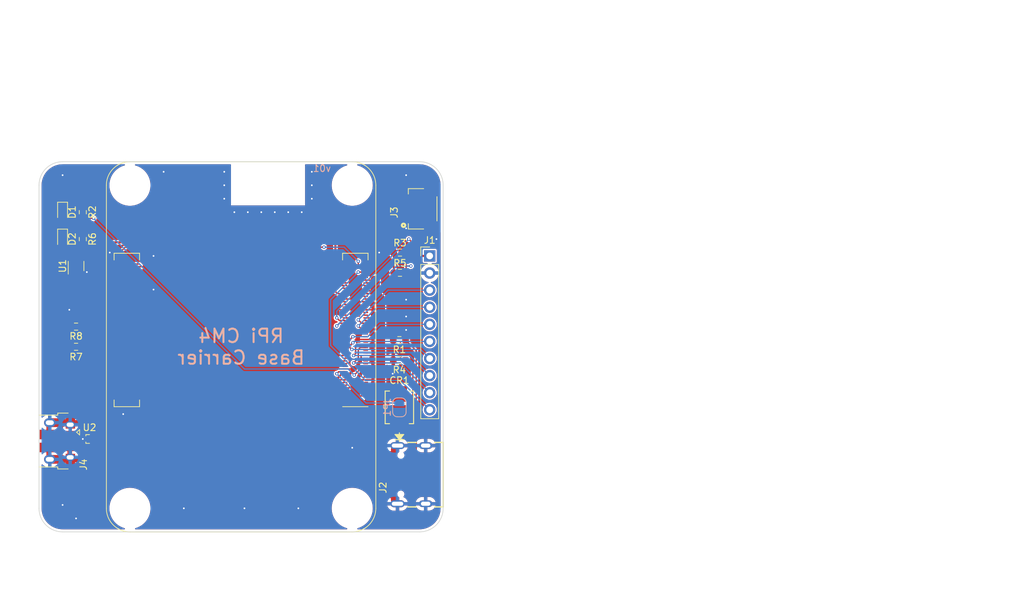
<source format=kicad_pcb>
(kicad_pcb (version 20201002) (generator pcbnew)
  (title_block (title "Raspberry Pi Compute Module 4 Carrier Template") (date "2020-10-31") (rev "v01") (comment 2 "creativecommons.org/licenses/by/4.0/") (comment 3 "License: CC BY-SA 4.0") (comment 4 "Author: Shawn Hymel"))
  (layers (0 "F.Cu" signal) (31 "B.Cu" signal) (34 "B.Paste" user) (35 "F.Paste" user) (36 "B.SilkS" user "B.Silkscreen") (37 "F.SilkS" user "F.Silkscreen") (38 "B.Mask" user) (39 "F.Mask" user) (44 "Edge.Cuts" user))
  (net 0 "")
  (net 1 "Net-(Module1-Pad200)")
  (net 2 "Net-(Module1-Pad199)")
  (net 3 "GND")
  (net 4 "+5V")
  (net 5 "Net-(Module1-Pad196)")
  (net 6 "Net-(Module1-Pad195)")
  (net 7 "Net-(Module1-Pad194)")
  (net 8 "Net-(Module1-Pad193)")
  (net 9 "+3.3V")
  (net 10 "Net-(D1-Pad1)")
  (net 11 "Net-(Module1-Pad190)")
  (net 12 "Net-(Module1-Pad189)")
  (net 13 "Net-(Module1-Pad188)")
  (net 14 "Net-(Module1-Pad187)")
  (net 15 "Net-(D2-Pad1)")
  (net 16 "/CM4 GPIO/nRPIBOOT")
  (net 17 "Net-(Module1-Pad184)")
  (net 18 "Net-(Module1-Pad183)")
  (net 19 "Net-(Module1-Pad182)")
  (net 20 "Net-(Module1-Pad181)")
  (net 21 "/CM4 GPIO/GPIO7")
  (net 22 "/CM4 GPIO/GPIO8")
  (net 23 "Net-(Module1-Pad178)")
  (net 24 "Net-(Module1-Pad177)")
  (net 25 "Net-(Module1-Pad176)")
  (net 26 "Net-(Module1-Pad175)")
  (net 27 "/CM4 GPIO/GPIO11")
  (net 28 "/CM4 GPIO/GPIO9")
  (net 29 "Net-(Module1-Pad172)")
  (net 30 "Net-(Module1-Pad171)")
  (net 31 "Net-(Module1-Pad170)")
  (net 32 "Net-(Module1-Pad169)")
  (net 33 "/CM4 GPIO/GPIO10")
  (net 34 "/CM4 GPIO/GPIO15")
  (net 35 "Net-(Module1-Pad166)")
  (net 36 "Net-(Module1-Pad165)")
  (net 37 "Net-(Module1-Pad164)")
  (net 38 "Net-(Module1-Pad163)")
  (net 39 "/CM4 GPIO/GPIO14")
  (net 40 "Net-(J2-PadB8)")
  (net 41 "Net-(Module1-Pad160)")
  (net 42 "Net-(Module1-Pad159)")
  (net 43 "Net-(Module1-Pad158)")
  (net 44 "Net-(Module1-Pad157)")
  (net 45 "Net-(J2-PadA5)")
  (net 46 "Net-(J2-PadB7)")
  (net 47 "Net-(Module1-Pad154)")
  (net 48 "Net-(Module1-Pad153)")
  (net 49 "Net-(Module1-Pad152)")
  (net 50 "Net-(Module1-Pad151)")
  (net 51 "Net-(J2-PadB5)")
  (net 52 "Net-(Module1-Pad149)")
  (net 53 "Net-(Module1-Pad148)")
  (net 54 "Net-(Module1-Pad147)")
  (net 55 "Net-(Module1-Pad146)")
  (net 56 "Net-(Module1-Pad145)")
  (net 57 "Net-(J2-PadA8)")
  (net 58 "Net-(Module1-Pad143)")
  (net 59 "Net-(Module1-Pad142)")
  (net 60 "Net-(Module1-Pad141)")
  (net 61 "Net-(Module1-Pad140)")
  (net 62 "Net-(Module1-Pad139)")
  (net 63 "Net-(J2-PadB6)")
  (net 64 "Net-(J2-PadA6)")
  (net 65 "Net-(Module1-Pad136)")
  (net 66 "Net-(Module1-Pad135)")
  (net 67 "Net-(Module1-Pad134)")
  (net 68 "Net-(Module1-Pad133)")
  (net 69 "Net-(J2-PadA7)")
  (net 70 "/CM4 GPIO/GPIO2")
  (net 71 "Net-(Module1-Pad130)")
  (net 72 "Net-(Module1-Pad129)")
  (net 73 "Net-(Module1-Pad128)")
  (net 74 "Net-(Module1-Pad127)")
  (net 75 "Net-(J3-PadS1)")
  (net 76 "Net-(J4-Pad4)")
  (net 77 "Net-(Module1-Pad124)")
  (net 78 "Net-(Module1-Pad123)")
  (net 79 "Net-(Module1-Pad122)")
  (net 80 "Net-(Module1-Pad121)")
  (net 81 "/CM4 High Speed/USB2_P")
  (net 82 "/CM4 High Speed/USB2_N")
  (net 83 "Net-(Module1-Pad118)")
  (net 84 "Net-(Module1-Pad117)")
  (net 85 "Net-(Module1-Pad116)")
  (net 86 "Net-(Module1-Pad115)")
  (net 87 "Net-(J4-Pad1)")
  (net 88 "/CM4 GPIO/EEPROM_nWP")
  (net 89 "Net-(Module1-Pad112)")
  (net 90 "Net-(Module1-Pad111)")
  (net 91 "Net-(Module1-Pad110)")
  (net 92 "Net-(Module1-Pad109)")
  (net 93 "/CM4 GPIO/nLED_Activity")
  (net 94 "+1.8V")
  (net 95 "Net-(Module1-Pad106)")
  (net 96 "/CM4 GPIO/nPWR_LED")
  (net 97 "Net-(Module1-Pad104)")
  (net 98 "/CM4 High Speed/USB_OTG_ID")
  (net 99 "Net-(Module1-Pad102)")
  (net 100 "Net-(R6-Pad2)")
  (net 101 "Net-(Module1-Pad100)")
  (net 102 "Net-(Module1-Pad99)")
  (net 103 "Net-(Module1-Pad97)")
  (net 104 "Net-(Module1-Pad96)")
  (net 105 "Net-(Module1-Pad94)")
  (net 106 "Net-(Module1-Pad92)")
  (net 107 "Net-(Module1-Pad91)")
  (net 108 "Net-(Module1-Pad89)")
  (net 109 "Net-(Module1-Pad82)")
  (net 110 "Net-(Module1-Pad80)")
  (net 111 "Net-(Module1-Pad76)")
  (net 112 "Net-(Module1-Pad75)")
  (net 113 "Net-(Module1-Pad73)")
  (net 114 "Net-(Module1-Pad72)")
  (net 115 "Net-(Module1-Pad70)")
  (net 116 "Net-(Module1-Pad69)")
  (net 117 "Net-(Module1-Pad68)")
  (net 118 "Net-(Module1-Pad67)")
  (net 119 "Net-(Module1-Pad64)")
  (net 120 "Net-(Module1-Pad63)")
  (net 121 "Net-(Module1-Pad62)")
  (net 122 "Net-(Module1-Pad61)")
  (net 123 "Net-(Module1-Pad57)")
  (net 124 "/CM4 GPIO/GPIO3")
  (net 125 "Net-(Module1-Pad54)")
  (net 126 "Net-(Module1-Pad50)")
  (net 127 "Net-(Module1-Pad49)")
  (net 128 "Net-(Module1-Pad48)")
  (net 129 "Net-(Module1-Pad47)")
  (net 130 "Net-(Module1-Pad46)")
  (net 131 "Net-(Module1-Pad45)")
  (net 132 "Net-(Module1-Pad41)")
  (net 133 "Net-(Module1-Pad36)")
  (net 134 "Net-(Module1-Pad35)")
  (net 135 "Net-(Module1-Pad34)")
  (net 136 "Net-(Module1-Pad31)")
  (net 137 "Net-(Module1-Pad30)")
  (net 138 "Net-(Module1-Pad29)")
  (net 139 "Net-(Module1-Pad28)")
  (net 140 "Net-(Module1-Pad27)")
  (net 141 "Net-(Module1-Pad26)")
  (net 142 "Net-(Module1-Pad25)")
  (net 143 "Net-(Module1-Pad24)")
  (net 144 "Net-(Module1-Pad19)")
  (net 145 "Net-(Module1-Pad18)")
  (net 146 "Net-(Module1-Pad17)")
  (net 147 "Net-(Module1-Pad16)")
  (net 148 "Net-(Module1-Pad15)")
  (net 149 "Net-(Module1-Pad12)")
  (net 150 "Net-(Module1-Pad11)")
  (net 151 "Net-(Module1-Pad10)")
  (net 152 "Net-(Module1-Pad9)")
  (net 153 "Net-(Module1-Pad6)")
  (net 154 "Net-(Module1-Pad5)")
  (net 155 "Net-(Module1-Pad4)")
  (net 156 "Net-(Module1-Pad3)")
  (module "Resistor_SMD:R_0603_1608Metric_Pad0.98x0.95mm_HandSolder" (layer "F.Cu") (at 170.0875 95)
    (fp_text reference "R5" (at 0 -1.43) (layer "F.SilkS"))
    (fp_text value "DNP")
    (pad "1" smd roundrect (at -0.9125 0) (size 0.975 0.95) (layers "F.Cu" "F.Paste" "F.Mask") (net 9 "+3.3V"))
    (pad "2" smd roundrect (at 0.9125 0) (size 0.975 0.95) (layers "F.Cu" "F.Paste" "F.Mask") (net 124 "/CM4 GPIO/GPIO3"))
  )
  (module "Resistor_SMD:R_0603_1608Metric_Pad0.98x0.95mm_HandSolder" (layer "F.Cu") (at 122 106)
    (fp_text reference "R7" (at 0 1.5) (layer "F.SilkS"))
    (fp_text value "2.2K 1%")
    (pad "1" smd roundrect (at -0.9125 0) (size 0.975 0.95) (layers "F.Cu" "F.Paste" "F.Mask") (net 87 "Net-(J4-Pad1)"))
    (pad "2" smd roundrect (at 0.9125 0) (size 0.975 0.95) (layers "F.Cu" "F.Paste" "F.Mask") (net 98 "/CM4 High Speed/USB_OTG_ID"))
  )
  (module "Resistor_SMD:R_0603_1608Metric_Pad0.98x0.95mm_HandSolder" (layer "F.Cu") (at 170 108 180)
    (fp_text reference "R4" (at 0 -1.43) (layer "F.SilkS"))
    (fp_text value "5.1k")
    (pad "1" smd roundrect (at -0.9125 0 180) (size 0.975 0.95) (layers "F.Cu" "F.Paste" "F.Mask") (net 51 "Net-(J2-PadB5)"))
    (pad "2" smd roundrect (at 0.9125 0 180) (size 0.975 0.95) (layers "F.Cu" "F.Paste" "F.Mask") (net 3 "GND"))
  )
  (module "Fiducial:Fiducial_1mm_Mask2mm" (layer "F.Cu") (at 120 131.5)
    (fp_text reference "REF**" hide)
    (fp_text value "Fiducial_1mm_Mask2mm")
    (pad "" smd circle (at 0 0) (size 1 1) (layers "F.Cu" "F.Mask") (clearance 0.5))
  )
  (module "Resistor_SMD:R_0603_1608Metric_Pad0.98x0.95mm_HandSolder" (layer "F.Cu") (at 122 103 180)
    (fp_text reference "R8" (at 0 -1.43) (layer "F.SilkS"))
    (fp_text value "2.2K 1%")
    (pad "1" smd roundrect (at -0.9125 0 180) (size 0.975 0.95) (layers "F.Cu" "F.Paste" "F.Mask") (net 98 "/CM4 High Speed/USB_OTG_ID"))
    (pad "2" smd roundrect (at 0.9125 0 180) (size 0.975 0.95) (layers "F.Cu" "F.Paste" "F.Mask") (net 3 "GND"))
  )
  (module "footprints:SMBJ5.0A-TR" (layer "F.Cu") (at 170 115 90)
    (fp_text reference "CR1" (at 4 0 180) (layer "F.SilkS"))
    (fp_text value "SMBJ5.0A-TR" hide)
    (pad "1" smd rect (at -1.9939 0 90) (size 2.3114 2.2606) (layers "F.Cu" "F.Paste" "F.Mask") (net 4 "+5V"))
    (pad "2" smd rect (at 1.9939 0 90) (size 2.3114 2.2606) (layers "F.Cu" "F.Paste" "F.Mask") (net 3 "GND"))
  )
  (module "Package_TO_SOT_SMD:SOT-353_SC-70-5" (layer "F.Cu") (at 122 94 90)
    (fp_text reference "U1" (at 0 -2 90) (layer "F.SilkS"))
    (fp_text value "74LVC1G07SE-7")
    (pad "1" smd rect (at -0.95 -0.65 90) (size 0.65 0.4) (layers "F.Cu" "F.Paste" "F.Mask"))
    (pad "2" smd rect (at -0.95 0 90) (size 0.65 0.4) (layers "F.Cu" "F.Paste" "F.Mask") (net 96 "/CM4 GPIO/nPWR_LED"))
    (pad "3" smd rect (at -0.95 0.65 90) (size 0.65 0.4) (layers "F.Cu" "F.Paste" "F.Mask") (net 3 "GND"))
    (pad "4" smd rect (at 0.95 0.65 90) (size 0.65 0.4) (layers "F.Cu" "F.Paste" "F.Mask") (net 100 "Net-(R6-Pad2)"))
    (pad "5" smd rect (at 0.95 -0.65 90) (size 0.65 0.4) (layers "F.Cu" "F.Paste" "F.Mask") (net 9 "+3.3V"))
  )
  (module "Resistor_SMD:R_0603_1608Metric_Pad0.98x0.95mm_HandSolder" (layer "F.Cu") (at 123 86 -90)
    (fp_text reference "R2" (at 0 -1.43 90) (layer "F.SilkS"))
    (fp_text value "1k")
    (pad "1" smd roundrect (at -0.9125 0 270) (size 0.975 0.95) (layers "F.Cu" "F.Paste" "F.Mask") (net 10 "Net-(D1-Pad1)"))
    (pad "2" smd roundrect (at 0.9125 0 270) (size 0.975 0.95) (layers "F.Cu" "F.Paste" "F.Mask") (net 93 "/CM4 GPIO/nLED_Activity"))
  )
  (module "LED_SMD:LED_0603_1608Metric" (layer "F.Cu") (at 120 90 -90)
    (fp_text reference "D2" (at 0 -1.43 90) (layer "F.SilkS"))
    (fp_text value "LED Red")
    (pad "1" smd roundrect (at -0.7875 0 270) (size 0.875 0.95) (layers "F.Cu" "F.Paste" "F.Mask") (net 15 "Net-(D2-Pad1)"))
    (pad "2" smd roundrect (at 0.7875 0 270) (size 0.875 0.95) (layers "F.Cu" "F.Paste" "F.Mask") (net 9 "+3.3V"))
  )
  (module "USB4105-GF-A:GCT_USB4105-GF-A" (layer "F.Cu") (at 173.9 125 90)
    (fp_text reference "J2" (at -1.925 -6.335 90) (layer "F.SilkS"))
    (fp_text value "USB4105-GF-A")
    (pad "A1/B12" smd rect (at -3.2 -4.755 90) (size 0.6 1.15) (layers "F.Cu" "F.Paste" "F.Mask") (net 3 "GND"))
    (pad "A4/B9" smd rect (at -2.4 -4.755 90) (size 0.6 1.15) (layers "F.Cu" "F.Paste" "F.Mask") (net 4 "+5V"))
    (pad "A5" smd rect (at -1.25 -4.755 90) (size 0.3 1.15) (layers "F.Cu" "F.Paste" "F.Mask") (net 45 "Net-(J2-PadA5)"))
    (pad "A6" smd rect (at -0.25 -4.755 90) (size 0.3 1.15) (layers "F.Cu" "F.Paste" "F.Mask") (net 64 "Net-(J2-PadA6)"))
    (pad "A7" smd rect (at 0.25 -4.755 90) (size 0.3 1.15) (layers "F.Cu" "F.Paste" "F.Mask") (net 69 "Net-(J2-PadA7)"))
    (pad "A8" smd rect (at 1.25 -4.755 90) (size 0.3 1.15) (layers "F.Cu" "F.Paste" "F.Mask") (net 57 "Net-(J2-PadA8)"))
    (pad "B1/A12" smd rect (at 3.2 -4.755 90) (size 0.6 1.15) (layers "F.Cu" "F.Paste" "F.Mask") (net 3 "GND"))
    (pad "B4/A9" smd rect (at 2.4 -4.755 90) (size 0.6 1.15) (layers "F.Cu" "F.Paste" "F.Mask") (net 4 "+5V"))
    (pad "B5" smd rect (at 1.75 -4.755 90) (size 0.3 1.15) (layers "F.Cu" "F.Paste" "F.Mask") (net 51 "Net-(J2-PadB5)"))
    (pad "B6" smd rect (at 0.75 -4.755 90) (size 0.3 1.15) (layers "F.Cu" "F.Paste" "F.Mask") (net 63 "Net-(J2-PadB6)"))
    (pad "B7" smd rect (at -0.75 -4.755 90) (size 0.3 1.15) (layers "F.Cu" "F.Paste" "F.Mask") (net 46 "Net-(J2-PadB7)"))
    (pad "B8" smd rect (at -1.75 -4.755 90) (size 0.3 1.15) (layers "F.Cu" "F.Paste" "F.Mask") (net 40 "Net-(J2-PadB8)"))
    (pad "G1" thru_hole oval (at -4.32 0 90) (size 1 2) (drill oval 0.6 1.4) (layers *.Cu *.Mask) (net 3 "GND"))
    (pad "G2" thru_hole oval (at 4.32 0 90) (size 1 2) (drill oval 0.6 1.4) (layers *.Cu *.Mask) (net 3 "GND"))
    (pad "G3" thru_hole oval (at -4.32 -4.18 90) (size 1.05 2.1) (drill oval 0.6 1.7) (layers *.Cu *.Mask) (net 3 "GND"))
    (pad "G4" thru_hole oval (at 4.32 -4.18 90) (size 1.05 2.1) (drill oval 0.6 1.7) (layers *.Cu *.Mask) (net 3 "GND"))
    (pad "None" np_thru_hole circle (at 2.89 -3.68 90) (size 0.65 0.65) (drill 0.65) (layers *.Cu *.Mask))
    (pad "None" np_thru_hole circle (at -2.89 -3.68 90) (size 0.65 0.65) (drill 0.65) (layers *.Cu *.Mask))
  )
  (module "LED_SMD:LED_0603_1608Metric" (layer "F.Cu") (at 120 86 -90)
    (fp_text reference "D1" (at 0 -1.43 90) (layer "F.SilkS"))
    (fp_text value "LED Green")
    (pad "1" smd roundrect (at -0.7875 0 270) (size 0.875 0.95) (layers "F.Cu" "F.Paste" "F.Mask") (net 10 "Net-(D1-Pad1)"))
    (pad "2" smd roundrect (at 0.7875 0 270) (size 0.875 0.95) (layers "F.Cu" "F.Paste" "F.Mask") (net 9 "+3.3V"))
  )
  (module "Resistor_SMD:R_0603_1608Metric_Pad0.98x0.95mm_HandSolder" (layer "F.Cu") (at 170 105 180)
    (fp_text reference "R1" (at 0 -1.43) (layer "F.SilkS"))
    (fp_text value "5.1k")
    (pad "1" smd roundrect (at -0.9125 0 180) (size 0.975 0.95) (layers "F.Cu" "F.Paste" "F.Mask") (net 45 "Net-(J2-PadA5)"))
    (pad "2" smd roundrect (at 0.9125 0 180) (size 0.975 0.95) (layers "F.Cu" "F.Paste" "F.Mask") (net 3 "GND"))
  )
  (module "Resistor_SMD:R_0603_1608Metric_Pad0.98x0.95mm_HandSolder" (layer "F.Cu") (at 170.0875 92)
    (fp_text reference "R3" (at 0 -1.43) (layer "F.SilkS"))
    (fp_text value "DNP")
    (pad "1" smd roundrect (at -0.9125 0) (size 0.975 0.95) (layers "F.Cu" "F.Paste" "F.Mask") (net 9 "+3.3V"))
    (pad "2" smd roundrect (at 0.9125 0) (size 0.975 0.95) (layers "F.Cu" "F.Paste" "F.Mask") (net 70 "/CM4 GPIO/GPIO2"))
  )
  (module "CM4IO:USB_Micro-B_EDAC_UCON00686" (layer "F.Cu") (at 118.1 120 -90)
    (fp_text reference "J4" (at 3.5 -5 90) (layer "F.SilkS"))
    (fp_text value "USB_OTG")
    (pad "1" smd rect (at -1.3 -2.82) (size 1.75 0.4) (layers "F.Cu" "F.Paste" "F.Mask") (net 87 "Net-(J4-Pad1)"))
    (pad "2" smd rect (at -0.65 -2.82) (size 1.75 0.4) (layers "F.Cu" "F.Paste" "F.Mask") (net 82 "/CM4 High Speed/USB2_N"))
    (pad "3" smd rect (at 0 -2.82) (size 1.75 0.4) (layers "F.Cu" "F.Paste" "F.Mask") (net 81 "/CM4 High Speed/USB2_P"))
    (pad "4" smd rect (at 0.65 -2.82) (size 1.75 0.4) (layers "F.Cu" "F.Paste" "F.Mask") (net 76 "Net-(J4-Pad4)"))
    (pad "5" smd rect (at 1.3 -2.82) (size 1.75 0.4) (layers "F.Cu" "F.Paste" "F.Mask") (net 3 "GND"))
    (pad "6" smd rect (at -2.725 -0.93 270) (size 1.3 2) (layers "F.Cu" "F.Paste" "F.Mask") (net 3 "GND"))
    (pad "6" thru_hole oval (at 2.725 0) (size 1.7 1.3) (drill oval 1.2 0.7) (layers *.Cu *.Mask) (net 3 "GND"))
    (pad "6" smd rect (at -2.85 -3.06 270) (size 2 1.4) (layers "F.Cu" "F.Paste" "F.Mask") (net 3 "GND"))
    (pad "6" smd rect (at 0.9625 0.25) (size 2.5 1.425) (layers "F.Cu" "F.Paste" "F.Mask") (net 3 "GND"))
    (pad "6" thru_hole oval (at 2.425 -3.03) (size 1.4 1) (drill oval 1.05 0.65) (layers *.Cu *.Mask) (net 3 "GND"))
    (pad "6" smd rect (at 2.9875 -1.7 270) (size 1.825 0.7) (layers "F.Cu" "F.Paste" "F.Mask") (net 3 "GND"))
    (pad "6" smd rect (at 2.725 -0.93 270) (size 1.3 2) (layers "F.Cu" "F.Paste" "F.Mask") (net 3 "GND"))
    (pad "6" smd rect (at -0.9625 0.25) (size 2.5 1.425) (layers "F.Cu" "F.Paste" "F.Mask") (net 3 "GND"))
    (pad "6" smd rect (at 2.9 -3.06 270) (size 2 1.4) (layers "F.Cu" "F.Paste" "F.Mask") (net 3 "GND"))
    (pad "6" thru_hole oval (at -2.425 -3.03) (size 1.4 1) (drill oval 1.05 0.65) (layers *.Cu *.Mask) (net 3 "GND"))
    (pad "6" thru_hole oval (at -2.725 0) (size 1.7 1.3) (drill oval 1.2 0.7) (layers *.Cu *.Mask) (net 3 "GND"))
    (pad "6" smd rect (at -2.9875 -1.7 270) (size 1.825 0.7) (layers "F.Cu" "F.Paste" "F.Mask") (net 3 "GND"))
  )
  (module "Resistor_SMD:R_0603_1608Metric_Pad0.98x0.95mm_HandSolder" (layer "F.Cu") (at 123 90 -90)
    (fp_text reference "R6" (at 0 -1.43 90) (layer "F.SilkS"))
    (fp_text value "1k")
    (pad "1" smd roundrect (at -0.9125 0 270) (size 0.975 0.95) (layers "F.Cu" "F.Paste" "F.Mask") (net 15 "Net-(D2-Pad1)"))
    (pad "2" smd roundrect (at 0.9125 0 270) (size 0.975 0.95) (layers "F.Cu" "F.Paste" "F.Mask") (net 100 "Net-(R6-Pad2)"))
  )
  (module "Package_TO_SOT_SMD:Texas_DRT-3" (layer "F.Cu") (at 124 119.7 90)
    (fp_text reference "U2" (at 1.7 0 180) (layer "F.SilkS"))
    (fp_text value "TPD2EUSB30")
    (pad "1" smd rect (at -0.35 0.425 90) (size 0.3 0.3) (layers "F.Cu" "F.Paste" "F.Mask") (net 81 "/CM4 High Speed/USB2_P"))
    (pad "2" smd rect (at 0.35 0.425 90) (size 0.3 0.3) (layers "F.Cu" "F.Paste" "F.Mask") (net 82 "/CM4 High Speed/USB2_N"))
    (pad "3" smd rect (at 0 -0.425 90) (size 0.3 0.3) (layers "F.Cu" "F.Paste" "F.Mask") (net 3 "GND"))
  )
  (module "Fiducial:Fiducial_1mm_Mask2mm" (layer "F.Cu") (at 173 80.5)
    (fp_text reference "REF**" hide)
    (fp_text value "Fiducial_1mm_Mask2mm")
    (pad "" smd circle (at 0 0) (size 1 1) (layers "F.Cu" "F.Mask") (clearance 0.5))
  )
  (module "CM4IO:Raspberry-Pi-4-Compute-Module" (layer "F.Cu") (at 163 82 180)
    (fp_text reference "Module1" hide)
    (fp_text value "ComputeModule4-CM4")
    (pad "" np_thru_hole circle (at 0 0 180) (size 2.7 2.7) (drill 2.7) (layers *.Cu *.Mask) (clearance 1.7))
    (pad "" np_thru_hole circle (at 33 -48 180) (size 2.7 2.7) (drill 2.7) (layers *.Cu *.Mask) (clearance 1.7))
    (pad "" np_thru_hole circle (at 33 0 180) (size 2.7 2.7) (drill 2.7) (layers *.Cu *.Mask) (clearance 1.7))
    (pad "" np_thru_hole circle (at 0 -48 180) (size 2.7 2.7) (drill 2.7) (layers *.Cu *.Mask) (clearance 1.7))
    (pad "1" smd rect (at -2 -31.3 90) (size 0.2 0.7) (layers "F.Cu" "F.Paste" "F.Mask") (net 3 "GND"))
    (pad "2" smd rect (at 1.08 -31.3 90) (size 0.2 0.7) (layers "F.Cu" "F.Paste" "F.Mask") (net 3 "GND"))
    (pad "3" smd rect (at -2 -30.9 90) (size 0.2 0.7) (layers "F.Cu" "F.Paste" "F.Mask") (net 156 "Net-(Module1-Pad3)"))
    (pad "4" smd rect (at 1.08 -30.9 90) (size 0.2 0.7) (layers "F.Cu" "F.Paste" "F.Mask") (net 155 "Net-(Module1-Pad4)"))
    (pad "5" smd rect (at -2 -30.5 90) (size 0.2 0.7) (layers "F.Cu" "F.Paste" "F.Mask") (net 154 "Net-(Module1-Pad5)"))
    (pad "6" smd rect (at 1.08 -30.5 90) (size 0.2 0.7) (layers "F.Cu" "F.Paste" "F.Mask") (net 153 "Net-(Module1-Pad6)"))
    (pad "7" smd rect (at -2 -30.1 90) (size 0.2 0.7) (layers "F.Cu" "F.Paste" "F.Mask") (net 3 "GND"))
    (pad "8" smd rect (at 1.08 -30.1 90) (size 0.2 0.7) (layers "F.Cu" "F.Paste" "F.Mask") (net 3 "GND"))
    (pad "9" smd rect (at -2 -29.7 90) (size 0.2 0.7) (layers "F.Cu" "F.Paste" "F.Mask") (net 152 "Net-(Module1-Pad9)"))
    (pad "10" smd rect (at 1.08 -29.7 90) (size 0.2 0.7) (layers "F.Cu" "F.Paste" "F.Mask") (net 151 "Net-(Module1-Pad10)"))
    (pad "11" smd rect (at -2 -29.3 90) (size 0.2 0.7) (layers "F.Cu" "F.Paste" "F.Mask") (net 150 "Net-(Module1-Pad11)"))
    (pad "12" smd rect (at 1.08 -29.3 90) (size 0.2 0.7) (layers "F.Cu" "F.Paste" "F.Mask") (net 149 "Net-(Module1-Pad12)"))
    (pad "13" smd rect (at -2 -28.9 90) (size 0.2 0.7) (layers "F.Cu" "F.Paste" "F.Mask") (net 3 "GND"))
    (pad "14" smd rect (at 1.08 -28.9 90) (size 0.2 0.7) (layers "F.Cu" "F.Paste" "F.Mask") (net 3 "GND"))
    (pad "15" smd rect (at -2 -28.5 90) (size 0.2 0.7) (layers "F.Cu" "F.Paste" "F.Mask") (net 148 "Net-(Module1-Pad15)"))
    (pad "16" smd rect (at 1.08 -28.5 90) (size 0.2 0.7) (layers "F.Cu" "F.Paste" "F.Mask") (net 147 "Net-(Module1-Pad16)"))
    (pad "17" smd rect (at -2 -28.1 90) (size 0.2 0.7) (layers "F.Cu" "F.Paste" "F.Mask") (net 146 "Net-(Module1-Pad17)"))
    (pad "18" smd rect (at 1.08 -28.1 90) (size 0.2 0.7) (layers "F.Cu" "F.Paste" "F.Mask") (net 145 "Net-(Module1-Pad18)"))
    (pad "19" smd rect (at -2 -27.7 90) (size 0.2 0.7) (layers "F.Cu" "F.Paste" "F.Mask") (net 144 "Net-(Module1-Pad19)"))
    (pad "20" smd rect (at 1.08 -27.7 90) (size 0.2 0.7) (layers "F.Cu" "F.Paste" "F.Mask") (net 88 "/CM4 GPIO/EEPROM_nWP"))
    (pad "21" smd rect (at -2 -27.3 90) (size 0.2 0.7) (layers "F.Cu" "F.Paste" "F.Mask") (net 93 "/CM4 GPIO/nLED_Activity"))
    (pad "22" smd rect (at 1.08 -27.3 90) (size 0.2 0.7) (layers "F.Cu" "F.Paste" "F.Mask") (net 3 "GND"))
    (pad "23" smd rect (at -2 -26.9 90) (size 0.2 0.7) (layers "F.Cu" "F.Paste" "F.Mask") (net 3 "GND"))
    (pad "24" smd rect (at 1.08 -26.9 90) (size 0.2 0.7) (layers "F.Cu" "F.Paste" "F.Mask") (net 143 "Net-(Module1-Pad24)"))
    (pad "25" smd rect (at -2 -26.5 90) (size 0.2 0.7) (layers "F.Cu" "F.Paste" "F.Mask") (net 142 "Net-(Module1-Pad25)"))
    (pad "26" smd rect (at 1.08 -26.5 90) (size 0.2 0.7) (layers "F.Cu" "F.Paste" "F.Mask") (net 141 "Net-(Module1-Pad26)"))
    (pad "27" smd rect (at -2 -26.1 90) (size 0.2 0.7) (layers "F.Cu" "F.Paste" "F.Mask") (net 140 "Net-(Module1-Pad27)"))
    (pad "28" smd rect (at 1.08 -26.1 90) (size 0.2 0.7) (layers "F.Cu" "F.Paste" "F.Mask") (net 139 "Net-(Module1-Pad28)"))
    (pad "29" smd rect (at -2 -25.7 90) (size 0.2 0.7) (layers "F.Cu" "F.Paste" "F.Mask") (net 138 "Net-(Module1-Pad29)"))
    (pad "30" smd rect (at 1.08 -25.7 90) (size 0.2 0.7) (layers "F.Cu" "F.Paste" "F.Mask") (net 137 "Net-(Module1-Pad30)"))
    (pad "31" smd rect (at -2 -25.3 90) (size 0.2 0.7) (layers "F.Cu" "F.Paste" "F.Mask") (net 136 "Net-(Module1-Pad31)"))
    (pad "32" smd rect (at 1.08 -25.3 90) (size 0.2 0.7) (layers "F.Cu" "F.Paste" "F.Mask") (net 3 "GND"))
    (pad "33" smd rect (at -2 -24.9 90) (size 0.2 0.7) (layers "F.Cu" "F.Paste" "F.Mask") (net 3 "GND"))
    (pad "34" smd rect (at 1.08 -24.9 90) (size 0.2 0.7) (layers "F.Cu" "F.Paste" "F.Mask") (net 135 "Net-(Module1-Pad34)"))
    (pad "35" smd rect (at -2 -24.5 90) (size 0.2 0.7) (layers "F.Cu" "F.Paste" "F.Mask") (net 134 "Net-(Module1-Pad35)"))
    (pad "36" smd rect (at 1.08 -24.5 90) (size 0.2 0.7) (layers "F.Cu" "F.Paste" "F.Mask") (net 133 "Net-(Module1-Pad36)"))
    (pad "37" smd rect (at -2 -24.1 90) (size 0.2 0.7) (layers "F.Cu" "F.Paste" "F.Mask") (net 21 "/CM4 GPIO/GPIO7"))
    (pad "38" smd rect (at 1.08 -24.1 90) (size 0.2 0.7) (layers "F.Cu" "F.Paste" "F.Mask") (net 27 "/CM4 GPIO/GPIO11"))
    (pad "39" smd rect (at -2 -23.7 90) (size 0.2 0.7) (layers "F.Cu" "F.Paste" "F.Mask") (net 22 "/CM4 GPIO/GPIO8"))
    (pad "40" smd rect (at 1.08 -23.7 90) (size 0.2 0.7) (layers "F.Cu" "F.Paste" "F.Mask") (net 28 "/CM4 GPIO/GPIO9"))
    (pad "41" smd rect (at -2 -23.3 90) (size 0.2 0.7) (layers "F.Cu" "F.Paste" "F.Mask") (net 132 "Net-(Module1-Pad41)"))
    (pad "42" smd rect (at 1.08 -23.3 90) (size 0.2 0.7) (layers "F.Cu" "F.Paste" "F.Mask") (net 3 "GND"))
    (pad "43" smd rect (at -2 -22.9 90) (size 0.2 0.7) (layers "F.Cu" "F.Paste" "F.Mask") (net 3 "GND"))
    (pad "44" smd rect (at 1.08 -22.9 90) (size 0.2 0.7) (layers "F.Cu" "F.Paste" "F.Mask") (net 33 "/CM4 GPIO/GPIO10"))
    (pad "45" smd rect (at -2 -22.5 90) (size 0.2 0.7) (layers "F.Cu" "F.Paste" "F.Mask") (net 131 "Net-(Module1-Pad45)"))
    (pad "46" smd rect (at 1.08 -22.5 90) (size 0.2 0.7) (layers "F.Cu" "F.Paste" "F.Mask") (net 130 "Net-(Module1-Pad46)"))
    (pad "47" smd rect (at -2 -22.1 90) (size 0.2 0.7) (layers "F.Cu" "F.Paste" "F.Mask") (net 129 "Net-(Module1-Pad47)"))
    (pad "48" smd rect (at 1.08 -22.1 90) (size 0.2 0.7) (layers "F.Cu" "F.Paste" "F.Mask") (net 128 "Net-(Module1-Pad48)"))
    (pad "49" smd rect (at -2 -21.7 90) (size 0.2 0.7) (layers "F.Cu" "F.Paste" "F.Mask") (net 127 "Net-(Module1-Pad49)"))
    (pad "50" smd rect (at 1.08 -21.7 90) (size 0.2 0.7) (layers "F.Cu" "F.Paste" "F.Mask") (net 126 "Net-(Module1-Pad50)"))
    (pad "51" smd rect (at -2 -21.3 90) (size 0.2 0.7) (layers "F.Cu" "F.Paste" "F.Mask") (net 34 "/CM4 GPIO/GPIO15"))
    (pad "52" smd rect (at 1.08 -21.3 90) (size 0.2 0.7) (layers "F.Cu" "F.Paste" "F.Mask") (net 3 "GND"))
    (pad "53" smd rect (at -2 -20.9 90) (size 0.2 0.7) (layers "F.Cu" "F.Paste" "F.Mask") (net 3 "GND"))
    (pad "54" smd rect (at 1.08 -20.9 90) (size 0.2 0.7) (layers "F.Cu" "F.Paste" "F.Mask") (net 125 "Net-(Module1-Pad54)"))
    (pad "55" smd rect (at -2 -20.5 90) (size 0.2 0.7) (layers "F.Cu" "F.Paste" "F.Mask") (net 39 "/CM4 GPIO/GPIO14"))
    (pad "56" smd rect (at 1.08 -20.5 90) (size 0.2 0.7) (layers "F.Cu" "F.Paste" "F.Mask") (net 124 "/CM4 GPIO/GPIO3"))
    (pad "57" smd rect (at -2 -20.1 90) (size 0.2 0.7) (layers "F.Cu" "F.Paste" "F.Mask") (net 123 "Net-(Module1-Pad57)"))
    (pad "58" smd rect (at 1.08 -20.1 90) (size 0.2 0.7) (layers "F.Cu" "F.Paste" "F.Mask") (net 70 "/CM4 GPIO/GPIO2"))
    (pad "59" smd rect (at -2 -19.7 90) (size 0.2 0.7) (layers "F.Cu" "F.Paste" "F.Mask") (net 3 "GND"))
    (pad "60" smd rect (at 1.08 -19.7 90) (size 0.2 0.7) (layers "F.Cu" "F.Paste" "F.Mask") (net 3 "GND"))
    (pad "61" smd rect (at -2 -19.3 90) (size 0.2 0.7) (layers "F.Cu" "F.Paste" "F.Mask") (net 122 "Net-(Module1-Pad61)"))
    (pad "62" smd rect (at 1.08 -19.3 90) (size 0.2 0.7) (layers "F.Cu" "F.Paste" "F.Mask") (net 121 "Net-(Module1-Pad62)"))
    (pad "63" smd rect (at -2 -18.9 90) (size 0.2 0.7) (layers "F.Cu" "F.Paste" "F.Mask") (net 120 "Net-(Module1-Pad63)"))
    (pad "64" smd rect (at 1.08 -18.9 90) (size 0.2 0.7) (layers "F.Cu" "F.Paste" "F.Mask") (net 119 "Net-(Module1-Pad64)"))
    (pad "65" smd rect (at -2 -18.5 90) (size 0.2 0.7) (layers "F.Cu" "F.Paste" "F.Mask") (net 3 "GND"))
    (pad "66" smd rect (at 1.08 -18.5 90) (size 0.2 0.7) (layers "F.Cu" "F.Paste" "F.Mask") (net 3 "GND"))
    (pad "67" smd rect (at -2 -18.1 90) (size 0.2 0.7) (layers "F.Cu" "F.Paste" "F.Mask") (net 118 "Net-(Module1-Pad67)"))
    (pad "68" smd rect (at 1.08 -18.1 90) (size 0.2 0.7) (layers "F.Cu" "F.Paste" "F.Mask") (net 117 "Net-(Module1-Pad68)"))
    (pad "69" smd rect (at -2 -17.7 90) (size 0.2 0.7) (layers "F.Cu" "F.Paste" "F.Mask") (net 116 "Net-(Module1-Pad69)"))
    (pad "70" smd rect (at 1.08 -17.7 90) (size 0.2 0.7) (layers "F.Cu" "F.Paste" "F.Mask") (net 115 "Net-(Module1-Pad70)"))
    (pad "71" smd rect (at -2 -17.3 90) (size 0.2 0.7) (layers "F.Cu" "F.Paste" "F.Mask") (net 3 "GND"))
    (pad "72" smd rect (at 1.08 -17.3 90) (size 0.2 0.7) (layers "F.Cu" "F.Paste" "F.Mask") (net 114 "Net-(Module1-Pad72)"))
    (pad "73" smd rect (at -2 -16.9 90) (size 0.2 0.7) (layers "F.Cu" "F.Paste" "F.Mask") (net 113 "Net-(Module1-Pad73)"))
    (pad "74" smd rect (at 1.08 -16.9 90) (size 0.2 0.7) (layers "F.Cu" "F.Paste" "F.Mask") (net 3 "GND"))
    (pad "75" smd rect (at -2 -16.5 90) (size 0.2 0.7) (layers "F.Cu" "F.Paste" "F.Mask") (net 112 "Net-(Module1-Pad75)"))
    (pad "76" smd rect (at 1.08 -16.5 90) (size 0.2 0.7) (layers "F.Cu" "F.Paste" "F.Mask") (net 111 "Net-(Module1-Pad76)"))
    (pad "77" smd rect (at -2 -16.1 90) (size 0.2 0.7) (layers "F.Cu" "F.Paste" "F.Mask") (net 4 "+5V"))
    (pad "78" smd rect (at 1.08 -16.1 90) (size 0.2 0.7) (layers "F.Cu" "F.Paste" "F.Mask") (net 9 "+3.3V"))
    (pad "79" smd rect (at -2 -15.7 90) (size 0.2 0.7) (layers "F.Cu" "F.Paste" "F.Mask") (net 4 "+5V"))
    (pad "80" smd rect (at 1.08 -15.7 90) (size 0.2 0.7) (layers "F.Cu" "F.Paste" "F.Mask") (net 110 "Net-(Module1-Pad80)"))
    (pad "81" smd rect (at -2 -15.3 90) (size 0.2 0.7) (layers "F.Cu" "F.Paste" "F.Mask") (net 4 "+5V"))
    (pad "82" smd rect (at 1.08 -15.3 90) (size 0.2 0.7) (layers "F.Cu" "F.Paste" "F.Mask") (net 109 "Net-(Module1-Pad82)"))
    (pad "83" smd rect (at -2 -14.9 90) (size 0.2 0.7) (layers "F.Cu" "F.Paste" "F.Mask") (net 4 "+5V"))
    (pad "84" smd rect (at 1.08 -14.9 90) (size 0.2 0.7) (layers "F.Cu" "F.Paste" "F.Mask") (net 9 "+3.3V"))
    (pad "85" smd rect (at -2 -14.5 90) (size 0.2 0.7) (layers "F.Cu" "F.Paste" "F.Mask") (net 4 "+5V"))
    (pad "86" smd rect (at 1.08 -14.5 90) (size 0.2 0.7) (layers "F.Cu" "F.Paste" "F.Mask") (net 9 "+3.3V"))
    (pad "87" smd rect (at -2 -14.1 90) (size 0.2 0.7) (layers "F.Cu" "F.Paste" "F.Mask") (net 4 "+5V"))
    (pad "88" smd rect (at 1.08 -14.1 90) (size 0.2 0.7) (layers "F.Cu" "F.Paste" "F.Mask") (net 94 "+1.8V"))
    (pad "89" smd rect (at -2 -13.7 90) (size 0.2 0.7) (layers "F.Cu" "F.Paste" "F.Mask") (net 108 "Net-(Module1-Pad89)"))
    (pad "90" smd rect (at 1.08 -13.7 90) (size 0.2 0.7) (layers "F.Cu" "F.Paste" "F.Mask") (net 94 "+1.8V"))
    (pad "91" smd rect (at -2 -13.3 90) (size 0.2 0.7) (layers "F.Cu" "F.Paste" "F.Mask") (net 107 "Net-(Module1-Pad91)"))
    (pad "92" smd rect (at 1.08 -13.3 90) (size 0.2 0.7) (layers "F.Cu" "F.Paste" "F.Mask") (net 106 "Net-(Module1-Pad92)"))
    (pad "93" smd rect (at -2 -12.9 90) (size 0.2 0.7) (layers "F.Cu" "F.Paste" "F.Mask") (net 16 "/CM4 GPIO/nRPIBOOT"))
    (pad "94" smd rect (at 1.08 -12.9 90) (size 0.2 0.7) (layers "F.Cu" "F.Paste" "F.Mask") (net 105 "Net-(Module1-Pad94)"))
    (pad "95" smd rect (at -2 -12.5 90) (size 0.2 0.7) (layers "F.Cu" "F.Paste" "F.Mask") (net 96 "/CM4 GPIO/nPWR_LED"))
    (pad "96" smd rect (at 1.08 -12.5 90) (size 0.2 0.7) (layers "F.Cu" "F.Paste" "F.Mask") (net 104 "Net-(Module1-Pad96)"))
    (pad "97" smd rect (at -2 -12.1 90) (size 0.2 0.7) (layers "F.Cu" "F.Paste" "F.Mask") (net 103 "Net-(Module1-Pad97)"))
    (pad "98" smd rect (at 1.08 -12.1 90) (size 0.2 0.7) (layers "F.Cu" "F.Paste" "F.Mask") (net 3 "GND"))
    (pad "99" smd rect (at -2 -11.7 90) (size 0.2 0.7) (layers "F.Cu" "F.Paste" "F.Mask") (net 102 "Net-(Module1-Pad99)"))
    (pad "100" smd rect (at 1.08 -11.7 90) (size 0.2 0.7) (layers "F.Cu" "F.Paste" "F.Mask") (net 101 "Net-(Module1-Pad100)"))
    (pad "101" smd rect (at 31.92 -31.3 90) (size 0.2 0.7) (layers "F.Cu" "F.Paste" "F.Mask") (net 98 "/CM4 High Speed/USB_OTG_ID"))
    (pad "102" smd rect (at 35 -31.3 90) (size 0.2 0.7) (layers "F.Cu" "F.Paste" "F.Mask") (net 99 "Net-(Module1-Pad102)"))
    (pad "103" smd rect (at 31.92 -30.9 90) (size 0.2 0.7) (layers "F.Cu" "F.Paste" "F.Mask") (net 82 "/CM4 High Speed/USB2_N"))
    (pad "104" smd rect (at 35 -30.9 90) (size 0.2 0.7) (layers "F.Cu" "F.Paste" "F.Mask") (net 97 "Net-(Module1-Pad104)"))
    (pad "105" smd rect (at 31.92 -30.5 90) (size 0.2 0.7) (layers "F.Cu" "F.Paste" "F.Mask") (net 81 "/CM4 High Speed/USB2_P"))
    (pad "106" smd rect (at 35 -30.5 90) (size 0.2 0.7) (layers "F.Cu" "F.Paste" "F.Mask") (net 95 "Net-(Module1-Pad106)"))
    (pad "107" smd rect (at 31.92 -30.1 90) (size 0.2 0.7) (layers "F.Cu" "F.Paste" "F.Mask") (net 3 "GND"))
    (pad "108" smd rect (at 35 -30.1 90) (size 0.2 0.7) (layers "F.Cu" "F.Paste" "F.Mask") (net 3 "GND"))
    (pad "109" smd rect (at 31.92 -29.7 90) (size 0.2 0.7) (layers "F.Cu" "F.Paste" "F.Mask") (net 92 "Net-(Module1-Pad109)"))
    (pad "110" smd rect (at 35 -29.7 90) (size 0.2 0.7) (layers "F.Cu" "F.Paste" "F.Mask") (net 91 "Net-(Module1-Pad110)"))
    (pad "111" smd rect (at 31.92 -29.3 90) (size 0.2 0.7) (layers "F.Cu" "F.Paste" "F.Mask") (net 90 "Net-(Module1-Pad111)"))
    (pad "112" smd rect (at 35 -29.3 90) (size 0.2 0.7) (layers "F.Cu" "F.Paste" "F.Mask") (net 89 "Net-(Module1-Pad112)"))
    (pad "113" smd rect (at 31.92 -28.9 90) (size 0.2 0.7) (layers "F.Cu" "F.Paste" "F.Mask") (net 3 "GND"))
    (pad "114" smd rect (at 35 -28.9 90) (size 0.2 0.7) (layers "F.Cu" "F.Paste" "F.Mask") (net 3 "GND"))
    (pad "115" smd rect (at 31.92 -28.5 90) (size 0.2 0.7) (layers "F.Cu" "F.Paste" "F.Mask") (net 86 "Net-(Module1-Pad115)"))
    (pad "116" smd rect (at 35 -28.5 90) (size 0.2 0.7) (layers "F.Cu" "F.Paste" "F.Mask") (net 85 "Net-(Module1-Pad116)"))
    (pad "117" smd rect (at 31.92 -28.1 90) (size 0.2 0.7) (layers "F.Cu" "F.Paste" "F.Mask") (net 84 "Net-(Module1-Pad117)"))
    (pad "118" smd rect (at 35 -28.1 90) (size 0.2 0.7) (layers "F.Cu" "F.Paste" "F.Mask") (net 83 "Net-(Module1-Pad118)"))
    (pad "119" smd rect (at 31.92 -27.7 90) (size 0.2 0.7) (layers "F.Cu" "F.Paste" "F.Mask") (net 3 "GND"))
    (pad "120" smd rect (at 35 -27.7 90) (size 0.2 0.7) (layers "F.Cu" "F.Paste" "F.Mask") (net 3 "GND"))
    (pad "121" smd rect (at 31.92 -27.3 90) (size 0.2 0.7) (layers "F.Cu" "F.Paste" "F.Mask") (net 80 "Net-(Module1-Pad121)"))
    (pad "122" smd rect (at 35 -27.3 90) (size 0.2 0.7) (layers "F.Cu" "F.Paste" "F.Mask") (net 79 "Net-(Module1-Pad122)"))
    (pad "123" smd rect (at 31.92 -26.9 90) (size 0.2 0.7) (layers "F.Cu" "F.Paste" "F.Mask") (net 78 "Net-(Module1-Pad123)"))
    (pad "124" smd rect (at 35 -26.9 90) (size 0.2 0.7) (layers "F.Cu" "F.Paste" "F.Mask") (net 77 "Net-(Module1-Pad124)"))
    (pad "125" smd rect (at 31.92 -26.5 90) (size 0.2 0.7) (layers "F.Cu" "F.Paste" "F.Mask") (net 3 "GND"))
    (pad "126" smd rect (at 35 -26.5 90) (size 0.2 0.7) (layers "F.Cu" "F.Paste" "F.Mask") (net 3 "GND"))
    (pad "127" smd rect (at 31.92 -26.1 90) (size 0.2 0.7) (layers "F.Cu" "F.Paste" "F.Mask") (net 74 "Net-(Module1-Pad127)"))
    (pad "128" smd rect (at 35 -26.1 90) (size 0.2 0.7) (layers "F.Cu" "F.Paste" "F.Mask") (net 73 "Net-(Module1-Pad128)"))
    (pad "129" smd rect (at 31.92 -25.7 90) (size 0.2 0.7) (layers "F.Cu" "F.Paste" "F.Mask") (net 72 "Net-(Module1-Pad129)"))
    (pad "130" smd rect (at 35 -25.7 90) (size 0.2 0.7) (layers "F.Cu" "F.Paste" "F.Mask") (net 71 "Net-(Module1-Pad130)"))
    (pad "131" smd rect (at 31.92 -25.3 90) (size 0.2 0.7) (layers "F.Cu" "F.Paste" "F.Mask") (net 3 "GND"))
    (pad "132" smd rect (at 35 -25.3 90) (size 0.2 0.7) (layers "F.Cu" "F.Paste" "F.Mask") (net 3 "GND"))
    (pad "133" smd rect (at 31.92 -24.9 90) (size 0.2 0.7) (layers "F.Cu" "F.Paste" "F.Mask") (net 68 "Net-(Module1-Pad133)"))
    (pad "134" smd rect (at 35 -24.9 90) (size 0.2 0.7) (layers "F.Cu" "F.Paste" "F.Mask") (net 67 "Net-(Module1-Pad134)"))
    (pad "135" smd rect (at 31.92 -24.5 90) (size 0.2 0.7) (layers "F.Cu" "F.Paste" "F.Mask") (net 66 "Net-(Module1-Pad135)"))
    (pad "136" smd rect (at 35 -24.5 90) (size 0.2 0.7) (layers "F.Cu" "F.Paste" "F.Mask") (net 65 "Net-(Module1-Pad136)"))
    (pad "137" smd rect (at 31.92 -24.1 90) (size 0.2 0.7) (layers "F.Cu" "F.Paste" "F.Mask") (net 3 "GND"))
    (pad "138" smd rect (at 35 -24.1 90) (size 0.2 0.7) (layers "F.Cu" "F.Paste" "F.Mask") (net 3 "GND"))
    (pad "139" smd rect (at 31.92 -23.7 90) (size 0.2 0.7) (layers "F.Cu" "F.Paste" "F.Mask") (net 62 "Net-(Module1-Pad139)"))
    (pad "140" smd rect (at 35 -23.7 90) (size 0.2 0.7) (layers "F.Cu" "F.Paste" "F.Mask") (net 61 "Net-(Module1-Pad140)"))
    (pad "141" smd rect (at 31.92 -23.3 90) (size 0.2 0.7) (layers "F.Cu" "F.Paste" "F.Mask") (net 60 "Net-(Module1-Pad141)"))
    (pad "142" smd rect (at 35 -23.3 90) (size 0.2 0.7) (layers "F.Cu" "F.Paste" "F.Mask") (net 59 "Net-(Module1-Pad142)"))
    (pad "143" smd rect (at 31.92 -22.9 90) (size 0.2 0.7) (layers "F.Cu" "F.Paste" "F.Mask") (net 58 "Net-(Module1-Pad143)"))
    (pad "144" smd rect (at 35 -22.9 90) (size 0.2 0.7) (layers "F.Cu" "F.Paste" "F.Mask") (net 3 "GND"))
    (pad "145" smd rect (at 31.92 -22.5 90) (size 0.2 0.7) (layers "F.Cu" "F.Paste" "F.Mask") (net 56 "Net-(Module1-Pad145)"))
    (pad "146" smd rect (at 35 -22.5 90) (size 0.2 0.7) (layers "F.Cu" "F.Paste" "F.Mask") (net 55 "Net-(Module1-Pad146)"))
    (pad "147" smd rect (at 31.92 -22.1 90) (size 0.2 0.7) (layers "F.Cu" "F.Paste" "F.Mask") (net 54 "Net-(Module1-Pad147)"))
    (pad "148" smd rect (at 35 -22.1 90) (size 0.2 0.7) (layers "F.Cu" "F.Paste" "F.Mask") (net 53 "Net-(Module1-Pad148)"))
    (pad "149" smd rect (at 31.92 -21.7 90) (size 0.2 0.7) (layers "F.Cu" "F.Paste" "F.Mask") (net 52 "Net-(Module1-Pad149)"))
    (pad "150" smd rect (at 35 -21.7 90) (size 0.2 0.7) (layers "F.Cu" "F.Paste" "F.Mask") (net 3 "GND"))
    (pad "151" smd rect (at 31.92 -21.3 90) (size 0.2 0.7) (layers "F.Cu" "F.Paste" "F.Mask") (net 50 "Net-(Module1-Pad151)"))
    (pad "152" smd rect (at 35 -21.3 90) (size 0.2 0.7) (layers "F.Cu" "F.Paste" "F.Mask") (net 49 "Net-(Module1-Pad152)"))
    (pad "153" smd rect (at 31.92 -20.9 90) (size 0.2 0.7) (layers "F.Cu" "F.Paste" "F.Mask") (net 48 "Net-(Module1-Pad153)"))
    (pad "154" smd rect (at 35 -20.9 90) (size 0.2 0.7) (layers "F.Cu" "F.Paste" "F.Mask") (net 47 "Net-(Module1-Pad154)"))
    (pad "155" smd rect (at 31.92 -20.5 90) (size 0.2 0.7) (layers "F.Cu" "F.Paste" "F.Mask") (net 3 "GND"))
    (pad "156" smd rect (at 35 -20.5 90) (size 0.2 0.7) (layers "F.Cu" "F.Paste" "F.Mask") (net 3 "GND"))
    (pad "157" smd rect (at 31.92 -20.1 90) (size 0.2 0.7) (layers "F.Cu" "F.Paste" "F.Mask") (net 44 "Net-(Module1-Pad157)"))
    (pad "158" smd rect (at 35 -20.1 90) (size 0.2 0.7) (layers "F.Cu" "F.Paste" "F.Mask") (net 43 "Net-(Module1-Pad158)"))
    (pad "159" smd rect (at 31.92 -19.7 90) (size 0.2 0.7) (layers "F.Cu" "F.Paste" "F.Mask") (net 42 "Net-(Module1-Pad159)"))
    (pad "160" smd rect (at 35 -19.7 90) (size 0.2 0.7) (layers "F.Cu" "F.Paste" "F.Mask") (net 41 "Net-(Module1-Pad160)"))
    (pad "161" smd rect (at 31.92 -19.3 90) (size 0.2 0.7) (layers "F.Cu" "F.Paste" "F.Mask") (net 3 "GND"))
    (pad "162" smd rect (at 35 -19.3 90) (size 0.2 0.7) (layers "F.Cu" "F.Paste" "F.Mask") (net 3 "GND"))
    (pad "163" smd rect (at 31.92 -18.9 90) (size 0.2 0.7) (layers "F.Cu" "F.Paste" "F.Mask") (net 38 "Net-(Module1-Pad163)"))
    (pad "164" smd rect (at 35 -18.9 90) (size 0.2 0.7) (layers "F.Cu" "F.Paste" "F.Mask") (net 37 "Net-(Module1-Pad164)"))
    (pad "165" smd rect (at 31.92 -18.5 90) (size 0.2 0.7) (layers "F.Cu" "F.Paste" "F.Mask") (net 36 "Net-(Module1-Pad165)"))
    (pad "166" smd rect (at 35 -18.5 90) (size 0.2 0.7) (layers "F.Cu" "F.Paste" "F.Mask") (net 35 "Net-(Module1-Pad166)"))
    (pad "167" smd rect (at 31.92 -18.1 90) (size 0.2 0.7) (layers "F.Cu" "F.Paste" "F.Mask") (net 3 "GND"))
    (pad "168" smd rect (at 35 -18.1 90) (size 0.2 0.7) (layers "F.Cu" "F.Paste" "F.Mask") (net 3 "GND"))
    (pad "169" smd rect (at 31.92 -17.7 90) (size 0.2 0.7) (layers "F.Cu" "F.Paste" "F.Mask") (net 32 "Net-(Module1-Pad169)"))
    (pad "170" smd rect (at 35 -17.7 90) (size 0.2 0.7) (layers "F.Cu" "F.Paste" "F.Mask") (net 31 "Net-(Module1-Pad170)"))
    (pad "171" smd rect (at 31.92 -17.3 90) (size 0.2 0.7) (layers "F.Cu" "F.Paste" "F.Mask") (net 30 "Net-(Module1-Pad171)"))
    (pad "172" smd rect (at 35 -17.3 90) (size 0.2 0.7) (layers "F.Cu" "F.Paste" "F.Mask") (net 29 "Net-(Module1-Pad172)"))
    (pad "173" smd rect (at 31.92 -16.9 90) (size 0.2 0.7) (layers "F.Cu" "F.Paste" "F.Mask") (net 3 "GND"))
    (pad "174" smd rect (at 35 -16.9 90) (size 0.2 0.7) (layers "F.Cu" "F.Paste" "F.Mask") (net 3 "GND"))
    (pad "175" smd rect (at 31.92 -16.5 90) (size 0.2 0.7) (layers "F.Cu" "F.Paste" "F.Mask") (net 26 "Net-(Module1-Pad175)"))
    (pad "176" smd rect (at 35 -16.5 90) (size 0.2 0.7) (layers "F.Cu" "F.Paste" "F.Mask") (net 25 "Net-(Module1-Pad176)"))
    (pad "177" smd rect (at 31.92 -16.1 90) (size 0.2 0.7) (layers "F.Cu" "F.Paste" "F.Mask") (net 24 "Net-(Module1-Pad177)"))
    (pad "178" smd rect (at 35 -16.1 90) (size 0.2 0.7) (layers "F.Cu" "F.Paste" "F.Mask") (net 23 "Net-(Module1-Pad178)"))
    (pad "179" smd rect (at 31.92 -15.7 90) (size 0.2 0.7) (layers "F.Cu" "F.Paste" "F.Mask") (net 3 "GND"))
    (pad "180" smd rect (at 35 -15.7 90) (size 0.2 0.7) (layers "F.Cu" "F.Paste" "F.Mask") (net 3 "GND"))
    (pad "181" smd rect (at 31.92 -15.3 90) (size 0.2 0.7) (layers "F.Cu" "F.Paste" "F.Mask") (net 20 "Net-(Module1-Pad181)"))
    (pad "182" smd rect (at 35 -15.3 90) (size 0.2 0.7) (layers "F.Cu" "F.Paste" "F.Mask") (net 19 "Net-(Module1-Pad182)"))
    (pad "183" smd rect (at 31.92 -14.9 90) (size 0.2 0.7) (layers "F.Cu" "F.Paste" "F.Mask") (net 18 "Net-(Module1-Pad183)"))
    (pad "184" smd rect (at 35 -14.9 90) (size 0.2 0.7) (layers "F.Cu" "F.Paste" "F.Mask") (net 17 "Net-(Module1-Pad184)"))
    (pad "185" smd rect (at 31.92 -14.5 90) (size 0.2 0.7) (layers "F.Cu" "F.Paste" "F.Mask") (net 3 "GND"))
    (pad "186" smd rect (at 35 -14.5 90) (size 0.2 0.7) (layers "F.Cu" "F.Paste" "F.Mask") (net 3 "GND"))
    (pad "187" smd rect (at 31.92 -14.1 90) (size 0.2 0.7) (layers "F.Cu" "F.Paste" "F.Mask") (net 14 "Net-(Module1-Pad187)"))
    (pad "188" smd rect (at 35 -14.1 90) (size 0.2 0.7) (layers "F.Cu" "F.Paste" "F.Mask") (net 13 "Net-(Module1-Pad188)"))
    (pad "189" smd rect (at 31.92 -13.7 90) (size 0.2 0.7) (layers "F.Cu" "F.Paste" "F.Mask") (net 12 "Net-(Module1-Pad189)"))
    (pad "190" smd rect (at 35 -13.7 90) (size 0.2 0.7) (layers "F.Cu" "F.Paste" "F.Mask") (net 11 "Net-(Module1-Pad190)"))
    (pad "191" smd rect (at 31.92 -13.3 90) (size 0.2 0.7) (layers "F.Cu" "F.Paste" "F.Mask") (net 3 "GND"))
    (pad "192" smd rect (at 35 -13.3 90) (size 0.2 0.7) (layers "F.Cu" "F.Paste" "F.Mask") (net 3 "GND"))
    (pad "193" smd rect (at 31.92 -12.9 90) (size 0.2 0.7) (layers "F.Cu" "F.Paste" "F.Mask") (net 8 "Net-(Module1-Pad193)"))
    (pad "194" smd rect (at 35 -12.9 90) (size 0.2 0.7) (layers "F.Cu" "F.Paste" "F.Mask") (net 7 "Net-(Module1-Pad194)"))
    (pad "195" smd rect (at 31.92 -12.5 90) (size 0.2 0.7) (layers "F.Cu" "F.Paste" "F.Mask") (net 6 "Net-(Module1-Pad195)"))
    (pad "196" smd rect (at 35 -12.5 90) (size 0.2 0.7) (layers "F.Cu" "F.Paste" "F.Mask") (net 5 "Net-(Module1-Pad196)"))
    (pad "197" smd rect (at 31.92 -12.1 90) (size 0.2 0.7) (layers "F.Cu" "F.Paste" "F.Mask") (net 3 "GND"))
    (pad "198" smd rect (at 35 -12.1 90) (size 0.2 0.7) (layers "F.Cu" "F.Paste" "F.Mask") (net 3 "GND"))
    (pad "199" smd rect (at 31.92 -11.7 90) (size 0.2 0.7) (layers "F.Cu" "F.Paste" "F.Mask") (net 2 "Net-(Module1-Pad199)"))
    (pad "200" smd rect (at 35 -11.7 90) (size 0.2 0.7) (layers "F.Cu" "F.Paste" "F.Mask") (net 1 "Net-(Module1-Pad200)"))
  )
  (module "Connector_PinHeader_2.54mm:PinHeader_1x10_P2.54mm_Vertical" (layer "F.Cu") (at 174.5 92.5)
    (fp_text reference "J1" (at 0 -2.33) (layer "F.SilkS"))
    (fp_text value "DNP")
    (pad "1" thru_hole rect (at 0 0) (size 1.7 1.7) (drill 1) (layers *.Cu *.Mask) (net 9 "+3.3V"))
    (pad "2" thru_hole oval (at 0 2.54) (size 1.7 1.7) (drill 1) (layers *.Cu *.Mask) (net 3 "GND"))
    (pad "3" thru_hole oval (at 0 5.08) (size 1.7 1.7) (drill 1) (layers *.Cu *.Mask) (net 39 "/CM4 GPIO/GPIO14"))
    (pad "4" thru_hole oval (at 0 7.62) (size 1.7 1.7) (drill 1) (layers *.Cu *.Mask) (net 34 "/CM4 GPIO/GPIO15"))
    (pad "5" thru_hole oval (at 0 10.16) (size 1.7 1.7) (drill 1) (layers *.Cu *.Mask) (net 33 "/CM4 GPIO/GPIO10"))
    (pad "6" thru_hole oval (at 0 12.7) (size 1.7 1.7) (drill 1) (layers *.Cu *.Mask) (net 28 "/CM4 GPIO/GPIO9"))
    (pad "7" thru_hole oval (at 0 15.24) (size 1.7 1.7) (drill 1) (layers *.Cu *.Mask) (net 27 "/CM4 GPIO/GPIO11"))
    (pad "8" thru_hole oval (at 0 17.78) (size 1.7 1.7) (drill 1) (layers *.Cu *.Mask) (net 22 "/CM4 GPIO/GPIO8"))
    (pad "9" thru_hole oval (at 0 20.32) (size 1.7 1.7) (drill 1) (layers *.Cu *.Mask) (net 21 "/CM4 GPIO/GPIO7"))
    (pad "10" thru_hole oval (at 0 22.86) (size 1.7 1.7) (drill 1) (layers *.Cu *.Mask) (net 16 "/CM4 GPIO/nRPIBOOT"))
  )
  (module "SM04B-SRSS-TB_LF__SN_:JST_SM04B-SRSS-TB(LF)(SN)" (layer "F.Cu") (at 171 85.5 90)
    (fp_text reference "J3" (at -0.545095 -1.767685 90) (layer "F.SilkS"))
    (fp_text value "SM04B-SRSS-TB(LF)(SN)")
    (pad "1" smd rect (at -1.5 0 90) (size 0.6 1.55) (layers "F.Cu" "F.Paste" "F.Mask") (net 3 "GND"))
    (pad "2" smd rect (at -0.5 0 90) (size 0.6 1.55) (layers "F.Cu" "F.Paste" "F.Mask") (net 9 "+3.3V"))
    (pad "3" smd rect (at 0.5 0 90) (size 0.6 1.55) (layers "F.Cu" "F.Paste" "F.Mask") (net 70 "/CM4 GPIO/GPIO2"))
    (pad "4" smd rect (at 1.5 0 90) (size 0.6 1.55) (layers "F.Cu" "F.Paste" "F.Mask") (net 124 "/CM4 GPIO/GPIO3"))
    (pad "S1" smd rect (at -2.8 3.875 90) (size 1.2 1.8) (layers "F.Cu" "F.Paste" "F.Mask") (net 75 "Net-(J3-PadS1)"))
    (pad "S2" smd rect (at 2.8 3.875 90) (size 1.2 1.8) (layers "F.Cu" "F.Paste" "F.Mask") (net 75 "Net-(J3-PadS1)"))
  )
  (module "Jumper:SolderJumper-2_P1.3mm_Open_RoundedPad1.0x1.5mm" (layer "B.Cu") (at 170 115 -90)
    (fp_text reference "JP1" (at 0 1.8 90) (layer "B.SilkS") (effects (justify mirror)))
    (fp_text value "SolderJumper_2_Open")
    (pad "1" smd custom (at -0.65 0 270) (size 1 0.5) (layers "B.Cu" "B.Mask") (net 88 "/CM4 GPIO/EEPROM_nWP") (options (clearance outline) (anchor rect)) (primitives (gr_circle (center 0 -0.25) (end 0.5 -0.25) (width 0)) (gr_circle (center 0 0.25) (end 0.5 0.25) (width 0)) (gr_poly (pts (xy 0 0.75) (xy 0.5 0.75) (xy 0.5 -0.75) (xy 0 -0.75)) (width 0))))
    (pad "2" smd custom (at 0.65 0 270) (size 1 0.5) (layers "B.Cu" "B.Mask") (net 3 "GND") (options (clearance outline) (anchor rect)) (primitives (gr_circle (center 0 -0.25) (end 0.5 -0.25) (width 0)) (gr_circle (center 0 0.25) (end 0.5 0.25) (width 0)) (gr_poly (pts (xy 0 0.75) (xy -0.5 0.75) (xy -0.5 -0.75) (xy 0 -0.75)) (width 0))))
  )
  (gr_line (start 176.5 130) (end 176.5 82) (layer "Edge.Cuts") (width 0.1))
  (gr_arc (start 120 82) (end 120 78.5) (angle -90) (layer "Edge.Cuts") (width 0.1))
  (gr_line (start 116.5 82) (end 116.5 130) (layer "Edge.Cuts") (width 0.1))
  (gr_line (start 120 133.5) (end 173 133.5) (layer "Edge.Cuts") (width 0.1))
  (gr_arc (start 120 130) (end 116.5 130) (angle -90) (layer "Edge.Cuts") (width 0.1))
  (gr_line (start 173 78.5) (end 120 78.5) (layer "Edge.Cuts") (width 0.1))
  (gr_arc (start 173 130) (end 173 133.5) (angle -90) (layer "Edge.Cuts") (width 0.1))
  (gr_arc (start 173 82) (end 176.5 82) (angle -90) (layer "Edge.Cuts") (width 0.1))
  (gr_text "RPi CM4\nBase Carrier" (at 146.5 106) (layer "B.SilkS") (effects (font (size 2 2) (thickness 0.3)) (justify mirror)))
  (gr_text "v01" (at 158.5 79.5) (layer "B.SilkS") (effects (font (size 1 1)) (justify mirror)))
  (segment (start 122.65 94.95) (end 123.55 94.95) (width 0.2) (layer "F.Cu") (net 3))
  (segment (start 123.55 94.95) (end 123.6 94.9) (width 0.2) (layer "F.Cu") (net 3))
  (segment (start 169.72 120.68) (end 169.15 121.25) (width 0.8) (layer "F.Cu") (net 3))
  (segment (start 169.145 121.8) (end 169.15 121.795) (width 0.2) (layer "F.Cu") (net 3))
  (segment (start 123.575 119.7) (end 123 119.7) (width 0.2) (layer "F.Cu") (net 3))
  (segment (start 169.145 128.745) (end 169.72 129.32) (width 0.8) (layer "F.Cu") (net 3))
  (segment (start 169.15 121.25) (end 169.15 121.5) (width 0.8) (layer "F.Cu") (net 3))
  (segment (start 169.15 121.795) (end 169.15 121.5) (width 0.2) (layer "F.Cu") (net 3))
  (segment (start 171 87) (end 171 88.4) (width 0.2) (layer "F.Cu") (net 3))
  (segment (start 169.145 128.495) (end 169.145 128.745) (width 0.8) (layer "F.Cu") (net 3))
  (via (at 155 130) (size 0.508) (drill 0.254) (layers "F.Cu" "B.Cu") (net 3))
  (via (at 171 103.5) (size 0.508) (drill 0.254) (layers "F.Cu" "B.Cu") (net 3))
  (via (at 127 92) (size 0.508) (drill 0.254) (layers "F.Cu" "B.Cu") (net 3))
  (via (at 171 80.5) (size 0.508) (drill 0.254) (layers "F.Cu" "B.Cu") (net 3))
  (via (at 144 82) (size 0.508) (drill 0.254) (layers "F.Cu" "B.Cu") (net 3))
  (via (at 145.5 86) (size 0.508) (drill 0.254) (layers "F.Cu" "B.Cu") (net 3))
  (via (at 120 80.5) (size 0.508) (drill 0.254) (layers "F.Cu" "B.Cu") (net 3))
  (via (at 157 82) (size 0.508) (drill 0.254) (layers "F.Cu" "B.Cu") (net 3))
  (via (at 122 131.5) (size 0.508) (drill 0.254) (layers "F.Cu" "B.Cu") (net 3))
  (via (at 171 101.5) (size 0.508) (drill 0.254) (layers "F.Cu" "B.Cu") (net 3))
  (via (at 135 80) (size 0.508) (drill 0.254) (layers "F.Cu" "B.Cu") (net 3))
  (via (at 144 84) (size 0.508) (drill 0.254) (layers "F.Cu" "B.Cu") (net 3))
  (via (at 155.5 86) (size 0.508) (drill 0.254) (layers "F.Cu" "B.Cu") (net 3))
  (via (at 133.5 92.5) (size 0.508) (drill 0.254) (layers "F.Cu" "B.Cu") (net 3))
  (via (at 144 80) (size 0.508) (drill 0.254) (layers "F.Cu" "B.Cu") (net 3))
  (via (at 133.5 97.5) (size 0.508) (drill 0.254) (layers "F.Cu" "B.Cu") (net 3))
  (via (at 171 88.4) (size 0.508) (drill 0.254) (layers "F.Cu" "B.Cu") (net 3))
  (via (at 157 84) (size 0.508) (drill 0.254) (layers "F.Cu" "B.Cu") (net 3))
  (via (at 147 130) (size 0.508) (drill 0.254) (layers "F.Cu" "B.Cu") (net 3))
  (via (at 123 119.7) (size 0.508) (drill 0.254) (layers "F.Cu" "B.Cu") (net 3))
  (via (at 129 116) (size 0.508) (drill 0.254) (layers "F.Cu" "B.Cu") (net 3))
  (via (at 138 130) (size 0.508) (drill 0.254) (layers "F.Cu" "B.Cu") (net 3))
  (via (at 153.5 86) (size 0.508) (drill 0.254) (layers "F.Cu" "B.Cu") (net 3))
  (via (at 175.5 90) (size 0.508) (drill 0.254) (layers "F.Cu" "B.Cu") (net 3))
  (via (at 157 80) (size 0.508) (drill 0.254) (layers "F.Cu" "B.Cu") (net 3))
  (via (at 120 129.5) (size 0.508) (drill 0.254) (layers "F.Cu" "B.Cu") (net 3))
  (via (at 147.5 86) (size 0.508) (drill 0.254) (layers "F.Cu" "B.Cu") (net 3))
  (via (at 151.5 86) (size 0.508) (drill 0.254) (layers "F.Cu" "B.Cu") (net 3))
  (via (at 163 121) (size 0.508) (drill 0.254) (layers "F.Cu" "B.Cu") (net 3))
  (via (at 167 92) (size 0.508) (drill 0.254) (layers "F.Cu" "B.Cu") (net 3))
  (via (at 149.5 86) (size 0.508) (drill 0.254) (layers "F.Cu" "B.Cu") (net 3))
  (via (at 169 110) (size 0.508) (drill 0.254) (layers "F.Cu" "B.Cu") (net 3))
  (via (at 123.6 94.9) (size 0.508) (drill 0.254) (layers "F.Cu" "B.Cu") (net 3))
  (via (at 121 100.5) (size 0.508) (drill 0.254) (layers "F.Cu" "B.Cu") (net 3))
  (via (at 171 99) (size 0.508) (drill 0.254) (layers "F.Cu" "B.Cu") (net 3))
  (segment (start 165 96.5) (end 166 96.5) (width 0.2) (layer "F.Cu") (net 4))
  (segment (start 170 116.9939) (end 168.6061 116.9939) (width 1.35) (layer "F.Cu") (net 4))
  (segment (start 165 97.3) (end 166 97.3) (width 0.2) (layer "F.Cu") (net 4))
  (segment (start 166 97.7) (end 166.4 98.1) (width 0.2) (layer "F.Cu") (net 4))
  (segment (start 169.145 122.6) (end 167.25 122.6) (width 0.6) (layer "F.Cu") (net 4))
  (segment (start 166.4 96.9) (end 166.4 96.1) (width 1.35) (layer "F.Cu") (net 4))
  (segment (start 165 97.7) (end 166 97.7) (width 0.2) (layer "F.Cu") (net 4))
  (segment (start 166.4 98.1) (end 166.4 96.9) (width 1.35) (layer "F.Cu") (net 4))
  (segment (start 167.25 122.6) (end 167.2 122.55) (width 0.6) (layer "F.Cu") (net 4))
  (segment (start 165 96.1) (end 166.4 96.1) (width 0.2) (layer "F.Cu") (net 4))
  (segment (start 168.6061 116.9939) (end 167.5061 116.9939) (width 1.35) (layer "F.Cu") (net 4))
  (segment (start 167.2 119.7939) (end 167.2 122.55) (width 1.35) (layer "F.Cu") (net 4))
  (segment (start 168.05 127.4) (end 167.2 126.55) (width 0.6) (layer "F.Cu") (net 4))
  (segment (start 166 97.3) (end 166.4 96.9) (width 0.2) (layer "F.Cu") (net 4))
  (segment (start 167.5061 116.9939) (end 167.2 117.3) (width 1.35) (layer "F.Cu") (net 4))
  (segment (start 169.145 127.4) (end 168.05 127.4) (width 0.6) (layer "F.Cu") (net 4))
  (segment (start 167.2 122.55) (end 167.2 126.55) (width 1.35) (layer "F.Cu") (net 4))
  (segment (start 167.2 119.7939) (end 167.2061 119.7939) (width 0.2) (layer "F.Cu") (net 4))
  (segment (start 165 96.9) (end 166.4 96.9) (width 0.2) (layer "F.Cu") (net 4))
  (segment (start 166 96.5) (end 166.4 96.1) (width 0.2) (layer "F.Cu") (net 4))
  (segment (start 165 98.1) (end 166.4 98.1) (width 0.2) (layer "F.Cu") (net 4))
  (segment (start 167.2 117.3) (end 167.2 98.9) (width 1.35) (layer "F.Cu") (net 4))
  (segment (start 167.2 98.9) (end 166.4 98.1) (width 1.35) (layer "F.Cu") (net 4))
  (segment (start 167.2 119.7939) (end 167.2 117.3) (width 1.35) (layer "F.Cu") (net 4))
  (segment (start 121.3 92.0875) (end 121.35 92.1375) (width 0.3) (layer "F.Cu") (net 9))
  (segment (start 171.5 86) (end 170.930008 86) (width 0.3) (layer "F.Cu") (net 9))
  (segment (start 169.0875 86.9125) (end 169.0875 87.842508) (width 0.3) (layer "F.Cu") (net 9))
  (segment (start 123.6 94) (end 127.1125 90.4875) (width 0.3) (layer "F.Cu") (net 9))
  (segment (start 120 90.7875) (end 121.3 92.0875) (width 0.3) (layer "F.Cu") (net 9))
  (segment (start 172.5 95.9) (end 172.5 93.1) (width 0.3) (layer "F.Cu") (net 9))
  (segment (start 172 96.4) (end 172.5 95.9) (width 0.3) (layer "F.Cu") (net 9))
  (segment (start 169.175 95.975) (end 169.6 96.4) (width 0.3) (layer "F.Cu") (net 9))
  (segment (start 170 86) (end 169.0875 86.9125) (width 0.3) (layer "F.Cu") (net 9))
  (segment (start 169.175 95) (end 169.175 95.975) (width 0.3) (layer "F.Cu") (net 9))
  (segment (start 169.0875 87.842508) (end 169.0875 90.4875) (width 0.3) (layer "F.Cu") (net 9))
  (segment (start 122.3 94) (end 123.6 94) (width 0.3) (layer "F.Cu") (net 9))
  (segment (start 172.5 93.1) (end 173.1 92.5) (width 0.3) (layer "F.Cu") (net 9))
  (segment (start 169.175 95) (end 169.175 92) (width 0.3) (layer "F.Cu") (net 9))
  (segment (start 127.1125 90.4875) (end 160.5125 90.4875) (width 0.3) (layer "F.Cu") (net 9))
  (segment (start 160.8 98.1) (end 160.5 97.8) (width 0.2) (layer "F.Cu") (net 9))
  (segment (start 160.5125 90.4875) (end 169.0875 90.4875) (width 0.3) (layer "F.Cu") (net 9))
  (segment (start 160.5 90.5) (end 160.5125 90.4875) (width 0.3) (layer "F.Cu") (net 9))
  (segment (start 121.35 92.1375) (end 121.35 93.05) (width 0.3) (layer "F.Cu") (net 9))
  (segment (start 160.5 97.8) (end 160.5 96.8) (width 0.3) (layer "F.Cu") (net 9))
  (segment (start 160.6 96.9) (end 160.5 96.8) (width 0.2) (layer "F.Cu") (net 9))
  (segment (start 169.0875 90.4875) (end 169.0875 91.9125) (width 0.3) (layer "F.Cu") (net 9))
  (segment (start 161.92 98.1) (end 160.8 98.1) (width 0.2) (layer "F.Cu") (net 9))
  (segment (start 161.92 96.9) (end 160.6 96.9) (width 0.2) (layer "F.Cu") (net 9))
  (segment (start 119 89.7875) (end 120 90.7875) (width 0.3) (layer "F.Cu") (net 9))
  (segment (start 120 86.7875) (end 119 87.7875) (width 0.3) (layer "F.Cu") (net 9))
  (segment (start 169.0875 91.9125) (end 169.175 92) (width 0.3) (layer "F.Cu") (net 9))
  (segment (start 173.1 92.5) (end 174.5 92.5) (width 0.3) (layer "F.Cu") (net 9))
  (segment (start 119 87.7875) (end 119 89.7875) (width 0.3) (layer "F.Cu") (net 9))
  (segment (start 161.92 96.5) (end 160.5 96.5) (width 0.2) (layer "F.Cu") (net 9))
  (segment (start 160.5 96.5) (end 160.5 90.5) (width 0.3) (layer "F.Cu") (net 9))
  (segment (start 171 86) (end 170 86) (width 0.3) (layer "F.Cu") (net 9))
  (segment (start 121.35 93.05) (end 122.3 94) (width 0.3) (layer "F.Cu") (net 9))
  (segment (start 160.5 96.8) (end 160.5 96.5) (width 0.3) (layer "F.Cu") (net 9))
  (segment (start 169.6 96.4) (end 172 96.4) (width 0.3) (layer "F.Cu") (net 9))
  (segment (start 120 85.2125) (end 122.875 85.2125) (width 0.2) (layer "F.Cu") (net 10))
  (segment (start 122.875 85.2125) (end 123 85.0875) (width 0.2) (layer "F.Cu") (net 10))
  (segment (start 120 89.2125) (end 122.875 89.2125) (width 0.2) (layer "F.Cu") (net 15))
  (segment (start 122.875 89.2125) (end 123 89.0875) (width 0.2) (layer "F.Cu") (net 15))
  (segment (start 165 94.9) (end 163.9 94.9) (width 0.2) (layer "F.Cu") (net 16))
  (via (at 163.9 94.9) (size 0.508) (drill 0.254) (layers "F.Cu" "B.Cu") (net 16))
  (segment (start 159.8 99) (end 159.8 105.819922) (width 0.2) (layer "B.Cu") (net 16))
  (segment (start 163.9 94.9) (end 159.8 99) (width 0.2) (layer "B.Cu") (net 16))
  (segment (start 170.14 111) (end 174.5 115.36) (width 0.2) (layer "B.Cu") (net 16))
  (segment (start 159.8 105.819922) (end 164.980078 111) (width 0.2) (layer "B.Cu") (net 16))
  (segment (start 164.980078 111) (end 170.14 111) (width 0.2) (layer "B.Cu") (net 16))
  (segment (start 165 106.1) (end 164.2 106.1) (width 0.2) (layer "F.Cu") (net 21))
  (segment (start 163.9 107.7) (end 163.2 108.4) (width 0.2) (layer "F.Cu") (net 21))
  (segment (start 163.9 106.4) (end 163.9 107.7) (width 0.2) (layer "F.Cu") (net 21))
  (segment (start 164.2 106.1) (end 163.9 106.4) (width 0.2) (layer "F.Cu") (net 21))
  (via (at 163.2 108.4) (size 0.508) (drill 0.254) (layers "F.Cu" "B.Cu") (net 21))
  (segment (start 170.08 108.4) (end 174.5 112.82) (width 0.2) (layer "B.Cu") (net 21))
  (segment (start 163.2 108.4) (end 170.08 108.4) (width 0.2) (layer "B.Cu") (net 21))
  (segment (start 165 105.7) (end 163.9 105.7) (width 0.2) (layer "F.Cu") (net 22))
  (segment (start 163.5 106.1) (end 163.5 107) (width 0.2) (layer "F.Cu") (net 22))
  (segment (start 163.9 105.7) (end 163.5 106.1) (width 0.2) (layer "F.Cu") (net 22))
  (segment (start 163.5 107) (end 163.2 107.3) (width 0.2) (layer "F.Cu") (net 22))
  (via (at 163.2 107.3) (size 0.508) (drill 0.254) (layers "F.Cu" "B.Cu") (net 22))
  (segment (start 171.52 107.3) (end 174.5 110.28) (width 0.2) (layer "B.Cu") (net 22))
  (segment (start 163.2 107.3) (end 171.52 107.3) (width 0.2) (layer "B.Cu") (net 22))
  (segment (start 162.646 106.1) (end 162.946 106.4) (width 0.2) (layer "F.Cu") (net 27))
  (segment (start 161.92 106.1) (end 162.646 106.1) (width 0.2) (layer "F.Cu") (net 27))
  (via (at 162.946 106.4) (size 0.508) (drill 0.254) (layers "F.Cu" "B.Cu") (net 27))
  (segment (start 162.946 106.4) (end 173.16 106.4) (width 0.2) (layer "B.Cu") (net 27))
  (segment (start 173.16 106.4) (end 174.5 107.74) (width 0.2) (layer "B.Cu") (net 27))
  (segment (start 161.92 105.7) (end 162.8 105.7) (width 0.2) (layer "F.Cu") (net 28))
  (segment (start 162.8 105.7) (end 163.1 105.4) (width 0.2) (layer "F.Cu") (net 28))
  (via (at 163.1 105.4) (size 0.508) (drill 0.254) (layers "F.Cu" "B.Cu") (net 28))
  (segment (start 163.1 105.4) (end 163.3 105.2) (width 0.2) (layer "B.Cu") (net 28))
  (segment (start 163.3 105.2) (end 174.5 105.2) (width 0.2) (layer "B.Cu") (net 28))
  (segment (start 161.92 104.9) (end 162.7 104.9) (width 0.2) (layer "F.Cu") (net 33))
  (segment (start 162.7 104.9) (end 163.1 104.5) (width 0.2) (layer "F.Cu") (net 33))
  (via (at 163.1 104.5) (size 0.508) (drill 0.254) (layers "F.Cu" "B.Cu") (net 33))
  (segment (start 163.1 104.5) (end 165.3 104.5) (width 0.2) (layer "B.Cu") (net 33))
  (segment (start 165.3 104.5) (end 167.14 102.66) (width 0.2) (layer "B.Cu") (net 33))
  (segment (start 167.14 102.66) (end 174.5 102.66) (width 0.2) (layer "B.Cu") (net 33))
  (segment (start 164.3 103.3) (end 163.9 102.9) (width 0.2) (layer "F.Cu") (net 34))
  (segment (start 165 103.3) (end 164.3 103.3) (width 0.2) (layer "F.Cu") (net 34))
  (via (at 163.9 102.9) (size 0.508) (drill 0.254) (layers "F.Cu" "B.Cu") (net 34))
  (segment (start 166.68 100.12) (end 174.5 100.12) (width 0.2) (layer "B.Cu") (net 34))
  (segment (start 163.9 102.9) (end 166.2 100.6) (width 0.2) (layer "B.Cu") (net 34))
  (segment (start 166.2 100.6) (end 166.68 100.12) (width 0.2) (layer "B.Cu") (net 34))
  (segment (start 165 102.5) (end 164.4 102.5) (width 0.2) (layer "F.Cu") (net 39))
  (segment (start 164.4 102.5) (end 163.9 102) (width 0.2) (layer "F.Cu") (net 39))
  (via (at 163.9 102) (size 0.508) (drill 0.254) (layers "F.Cu" "B.Cu") (net 39))
  (segment (start 168.32 97.58) (end 174.5 97.58) (width 0.2) (layer "B.Cu") (net 39))
  (segment (start 163.9 102) (end 168.32 97.58) (width 0.2) (layer "B.Cu") (net 39))
  (segment (start 170.9125 105) (end 172.5 106.5875) (width 0.2) (layer "F.Cu") (net 45))
  (segment (start 172.5 124.5) (end 170.75 126.25) (width 0.2) (layer "F.Cu") (net 45))
  (segment (start 170.75 126.25) (end 169.145 126.25) (width 0.2) (layer "F.Cu") (net 45))
  (segment (start 172.5 106.5875) (end 172.5 124.5) (width 0.2) (layer "F.Cu") (net 45))
  (segment (start 172 121.255002) (end 172 109.0875) (width 0.2) (layer "F.Cu") (net 51))
  (segment (start 169.145 123.25) (end 170.005002 123.25) (width 0.2) (layer "F.Cu") (net 51))
  (segment (start 170.005002 123.25) (end 172 121.255002) (width 0.2) (layer "F.Cu") (net 51))
  (segment (start 172 109.0875) (end 170.9125 108) (width 0.2) (layer "F.Cu") (net 51))
  (segment (start 172.6 85) (end 172.9 85.3) (width 0.2) (layer "F.Cu") (net 70))
  (segment (start 172.2 90.8) (end 172.9 90.1) (width 0.2) (layer "F.Cu") (net 70))
  (segment (start 171 92) (end 172.2 90.8) (width 0.2) (layer "F.Cu") (net 70))
  (segment (start 161.92 102.1) (end 161.1 102.1) (width 0.2) (layer "F.Cu") (net 70))
  (segment (start 171 85) (end 172.6 85) (width 0.2) (layer "F.Cu") (net 70))
  (segment (start 161.1 102.1) (end 160.7 101.7) (width 0.2) (layer "F.Cu") (net 70))
  (segment (start 172.9 85.3) (end 172.9 85.90072) (width 0.2) (layer "F.Cu") (net 70))
  (segment (start 172.9 90.1) (end 172.9 85.90072) (width 0.2) (layer "F.Cu") (net 70))
  (segment (start 171.4 90) (end 172.2 90.8) (width 0.2) (layer "F.Cu") (net 70))
  (via (at 160.7 101.7) (size 0.508) (drill 0.254) (layers "F.Cu" "B.Cu") (net 70))
  (via (at 171.4 90) (size 0.508) (drill 0.254) (layers "F.Cu" "B.Cu") (net 70))
  (segment (start 160.7 101.7) (end 160.7 100.7) (width 0.2) (layer "B.Cu") (net 70))
  (segment (start 160.7 100.7) (end 171.4 90) (width 0.2) (layer "B.Cu") (net 70))
  (segment (start 174.875 82.7) (end 174.875 88.3) (width 0.2) (layer "F.Cu") (net 75))
  (segment (start 131.08 112.5) (end 131.75 112.5) (width 0.2) (layer "F.Cu") (net 81))
  (segment (start 132.1 112.15) (end 133.038094 112.15) (width 0.75) (layer "F.Cu") (net 81))
  (segment (start 120.92 120) (end 122.480078 120) (width 0.2) (layer "F.Cu") (net 81))
  (segment (start 131.75 112.5) (end 132 112.25) (width 0.2) (layer "F.Cu") (net 81))
  (segment (start 125.489087 120.05) (end 125.582952 120.143865) (width 0.2) (layer "F.Cu") (net 81))
  (segment (start 134.0512 115.486894) (end 129.394229 120.143865) (width 0.75) (layer "F.Cu") (net 81))
  (segment (start 123.745279 120.254001) (end 123.94928 120.05) (width 0.2) (layer "F.Cu") (net 81))
  (segment (start 122.734079 120.254001) (end 123.745279 120.254001) (width 0.2) (layer "F.Cu") (net 81))
  (segment (start 129.394229 120.143865) (end 125.582952 120.143865) (width 0.75) (layer "F.Cu") (net 81))
  (segment (start 124.425 120.05) (end 125.489087 120.05) (width 0.2) (layer "F.Cu") (net 81))
  (segment (start 132 112.25) (end 132.1 112.15) (width 0.2) (layer "F.Cu") (net 81))
  (segment (start 134.0512 113.163106) (end 134.0512 115.486894) (width 0.75) (layer "F.Cu") (net 81))
  (segment (start 123.94928 120.05) (end 124.425 120.05) (width 0.2) (layer "F.Cu") (net 81))
  (segment (start 122.480078 120) (end 122.734079 120.254001) (width 0.2) (layer "F.Cu") (net 81))
  (segment (start 133.038094 112.15) (end 134.0512 113.163106) (width 0.75) (layer "F.Cu") (net 81))
  (segment (start 133.1488 115.113106) (end 129.020441 119.241465) (width 0.75) (layer "F.Cu") (net 82))
  (segment (start 131.08 112.9) (end 131.75 112.9) (width 0.2) (layer "F.Cu") (net 82))
  (segment (start 122.530078 119.35) (end 122.734079 119.145999) (width 0.2) (layer "F.Cu") (net 82))
  (segment (start 123.745279 119.145999) (end 123.94928 119.35) (width 0.2) (layer "F.Cu") (net 82))
  (segment (start 122.734079 119.145999) (end 123.745279 119.145999) (width 0.2) (layer "F.Cu") (net 82))
  (segment (start 120.92 119.35) (end 122.530078 119.35) (width 0.2) (layer "F.Cu") (net 82))
  (segment (start 125.474417 119.35) (end 125.582952 119.241465) (width 0.2) (layer "F.Cu") (net 82))
  (segment (start 132.861906 113.25) (end 133.1488 113.536894) (width 0.75) (layer "F.Cu") (net 82))
  (segment (start 132.1 113.25) (end 132.861906 113.25) (width 0.75) (layer "F.Cu") (net 82))
  (segment (start 132 113.15) (end 132.1 113.25) (width 0.2) (layer "F.Cu") (net 82))
  (segment (start 129.020441 119.241465) (end 125.582952 119.241465) (width 0.75) (layer "F.Cu") (net 82))
  (segment (start 124.425 119.35) (end 125.474417 119.35) (width 0.2) (layer "F.Cu") (net 82))
  (segment (start 131.75 112.9) (end 132 113.15) (width 0.2) (layer "F.Cu") (net 82))
  (segment (start 133.1488 113.536894) (end 133.1488 115.113106) (width 0.75) (layer "F.Cu") (net 82))
  (segment (start 123.94928 119.35) (end 124.425 119.35) (width 0.2) (layer "F.Cu") (net 82))
  (segment (start 122.4 118.7) (end 120.92 118.7) (width 0.2) (layer "F.Cu") (net 87))
  (segment (start 123.1 114.4) (end 123.1 118) (width 0.2) (layer "F.Cu") (net 87))
  (segment (start 121.0875 112.3875) (end 123.1 114.4) (width 0.2) (layer "F.Cu") (net 87))
  (segment (start 123.1 118) (end 122.4 118.7) (width 0.2) (layer "F.Cu") (net 87))
  (segment (start 121.0875 106) (end 121.0875 112.3875) (width 0.2) (layer "F.Cu") (net 87))
  (segment (start 161 109.7) (end 160.7 110) (width 0.2) (layer "F.Cu") (net 88))
  (segment (start 161.3 109.7) (end 161 109.7) (width 0.2) (layer "F.Cu") (net 88))
  (segment (start 161.92 109.7) (end 161.3 109.7) (width 0.2) (layer "F.Cu") (net 88))
  (via (at 160.7 110) (size 0.508) (drill 0.254) (layers "F.Cu" "B.Cu") (net 88))
  (segment (start 160.7 110) (end 165.05 114.35) (width 0.2) (layer "B.Cu") (net 88))
  (segment (start 165.05 114.35) (end 170 114.35) (width 0.2) (layer "B.Cu") (net 88))
  (segment (start 124.6 86.9) (end 123.0125 86.9) (width 0.2) (layer "F.Cu") (net 93))
  (segment (start 164.2 109.3) (end 163.3 110.2) (width 0.2) (layer "F.Cu") (net 93))
  (segment (start 165 109.3) (end 164.2 109.3) (width 0.2) (layer "F.Cu") (net 93))
  (segment (start 123.0125 86.9) (end 123 86.9125) (width 0.2) (layer "F.Cu") (net 93))
  (via (at 124.6 86.9) (size 0.508) (drill 0.254) (layers "F.Cu" "B.Cu") (net 93))
  (via (at 163.3 110.2) (size 0.508) (drill 0.254) (layers "F.Cu" "B.Cu") (net 93))
  (segment (start 147 109.3) (end 124.6 86.9) (width 0.2) (layer "B.Cu") (net 93))
  (segment (start 163.3 110.2) (end 162.4 109.3) (width 0.2) (layer "B.Cu") (net 93))
  (segment (start 162.4 109.3) (end 147 109.3) (width 0.2) (layer "B.Cu") (net 93))
  (segment (start 161.92 96.1) (end 161.92 95.7) (width 0.2) (layer "F.Cu") (net 94))
  (segment (start 122 94.95) (end 122 95.24928) (width 0.2) (layer "F.Cu") (net 96))
  (segment (start 122 95.24928) (end 122.65072 95.9) (width 0.2) (layer "F.Cu") (net 96))
  (segment (start 165 94.5) (end 164.4 94.5) (width 0.2) (layer "F.Cu") (net 96))
  (segment (start 129.3 91.2) (end 158.8 91.2) (width 0.2) (layer "F.Cu") (net 96))
  (segment (start 163.9 94) (end 163.9 93.3) (width 0.2) (layer "F.Cu") (net 96))
  (segment (start 122.65072 95.9) (end 124.6 95.9) (width 0.2) (layer "F.Cu") (net 96))
  (segment (start 164.4 94.5) (end 163.9 94) (width 0.2) (layer "F.Cu") (net 96))
  (segment (start 124.6 95.9) (end 129.3 91.2) (width 0.2) (layer "F.Cu") (net 96))
  (via (at 163.9 93.3) (size 0.508) (drill 0.254) (layers "F.Cu" "B.Cu") (net 96))
  (via (at 158.8 91.2) (size 0.508) (drill 0.254) (layers "F.Cu" "B.Cu") (net 96))
  (segment (start 158.8 91.2) (end 161.8 91.2) (width 0.2) (layer "B.Cu") (net 96))
  (segment (start 161.8 91.2) (end 163.9 93.3) (width 0.2) (layer "B.Cu") (net 96))
  (segment (start 122.9125 103) (end 122.9125 106) (width 0.2) (layer "F.Cu") (net 98))
  (segment (start 131.08 113.3) (end 130.48 113.9) (width 0.2) (layer "F.Cu") (net 98))
  (segment (start 124.6 113.9) (end 122.9125 112.2125) (width 0.2) (layer "F.Cu") (net 98))
  (segment (start 130.48 113.9) (end 124.6 113.9) (width 0.2) (layer "F.Cu") (net 98))
  (segment (start 122.9125 112.2125) (end 122.9125 106) (width 0.2) (layer "F.Cu") (net 98))
  (segment (start 122.65 92.25) (end 123 91.9) (width 0.2) (layer "F.Cu") (net 100))
  (segment (start 122.65 93.05) (end 122.65 92.25) (width 0.2) (layer "F.Cu") (net 100))
  (segment (start 123 91.9) (end 123 90.9125) (width 0.2) (layer "F.Cu") (net 100))
  (segment (start 161.1 102.5) (end 160.7 102.9) (width 0.2) (layer "F.Cu") (net 124))
  (segment (start 171.7 94) (end 171 94) (width 0.2) (layer "F.Cu") (net 124))
  (segment (start 173.30001 84.50001) (end 172.8 84) (width 0.2) (layer "F.Cu") (net 124))
  (segment (start 171 95) (end 171 94) (width 0.2) (layer "F.Cu") (net 124))
  (segment (start 173.30001 91.129989) (end 173.30001 84.50001) (width 0.2) (layer "F.Cu") (net 124))
  (segment (start 171 84) (end 172.8 84) (width 0.2) (layer "F.Cu") (net 124))
  (segment (start 171 94) (end 171 93.429999) (width 0.2) (layer "F.Cu") (net 124))
  (segment (start 161.92 102.5) (end 161.1 102.5) (width 0.2) (layer "F.Cu") (net 124))
  (segment (start 171 93.429999) (end 173.30001 91.129989) (width 0.2) (layer "F.Cu") (net 124))
  (via (at 171.7 94) (size 0.508) (drill 0.254) (layers "F.Cu" "B.Cu") (net 124))
  (via (at 160.7 102.9) (size 0.508) (drill 0.254) (layers "F.Cu" "B.Cu") (net 124))
  (segment (start 160.7 102.9) (end 169.6 94) (width 0.2) (layer "B.Cu") (net 124))
  (segment (start 169.6 94) (end 171.7 94) (width 0.2) (layer "B.Cu") (net 124))
  (zone (net 0) (net_name "") (layers F&B.Cu) (name "Wireless Keepout") (connect_pads (clearance 0)) (min_thickness 0.254)
    (keepout (tracks not_allowed) (vias not_allowed) (pads not_allowed) (copperpour not_allowed) (footprints not_allowed))
    (fill (thermal_gap 0.508) (thermal_bridge_width 0.508))
    (polygon (pts (xy 156 85) (xy 145 85) (xy 145 78.5) (xy 156 78.5)))
  )
  (zone (net 3) (net_name "GND") (layers F&B.Cu) (connect_pads (clearance 0.2)) (min_thickness 0.18) (fill yes (thermal_gap 0.508) (thermal_bridge_width 0.508))
    (polygon (pts (xy 178 134) (xy 116 134) (xy 116 78) (xy 177 78)))
  )
)
</source>
